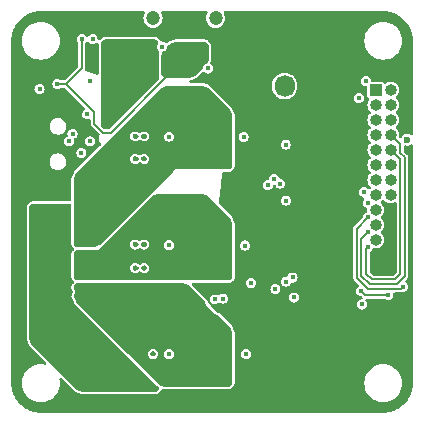
<source format=gbr>
%TF.GenerationSoftware,KiCad,Pcbnew,7.0.11*%
%TF.CreationDate,2024-11-13T01:10:25+09:00*%
%TF.ProjectId,MD,4d442e6b-6963-4616-945f-706362585858,rev?*%
%TF.SameCoordinates,Original*%
%TF.FileFunction,Copper,L3,Inr*%
%TF.FilePolarity,Positive*%
%FSLAX46Y46*%
G04 Gerber Fmt 4.6, Leading zero omitted, Abs format (unit mm)*
G04 Created by KiCad (PCBNEW 7.0.11) date 2024-11-13 01:10:25*
%MOMM*%
%LPD*%
G01*
G04 APERTURE LIST*
G04 Aperture macros list*
%AMRoundRect*
0 Rectangle with rounded corners*
0 $1 Rounding radius*
0 $2 $3 $4 $5 $6 $7 $8 $9 X,Y pos of 4 corners*
0 Add a 4 corners polygon primitive as box body*
4,1,4,$2,$3,$4,$5,$6,$7,$8,$9,$2,$3,0*
0 Add four circle primitives for the rounded corners*
1,1,$1+$1,$2,$3*
1,1,$1+$1,$4,$5*
1,1,$1+$1,$6,$7*
1,1,$1+$1,$8,$9*
0 Add four rect primitives between the rounded corners*
20,1,$1+$1,$2,$3,$4,$5,0*
20,1,$1+$1,$4,$5,$6,$7,0*
20,1,$1+$1,$6,$7,$8,$9,0*
20,1,$1+$1,$8,$9,$2,$3,0*%
G04 Aperture macros list end*
%TA.AperFunction,ComponentPad*%
%ADD10RoundRect,0.250000X-0.675000X0.600000X-0.675000X-0.600000X0.675000X-0.600000X0.675000X0.600000X0*%
%TD*%
%TA.AperFunction,ComponentPad*%
%ADD11O,1.850000X1.700000*%
%TD*%
%TA.AperFunction,ComponentPad*%
%ADD12RoundRect,0.250000X0.600000X0.675000X-0.600000X0.675000X-0.600000X-0.675000X0.600000X-0.675000X0*%
%TD*%
%TA.AperFunction,ComponentPad*%
%ADD13O,1.700000X1.850000*%
%TD*%
%TA.AperFunction,ComponentPad*%
%ADD14C,1.200000*%
%TD*%
%TA.AperFunction,ComponentPad*%
%ADD15R,1.000000X1.000000*%
%TD*%
%TA.AperFunction,ComponentPad*%
%ADD16O,1.000000X1.000000*%
%TD*%
%TA.AperFunction,ViaPad*%
%ADD17C,0.450000*%
%TD*%
%TA.AperFunction,ViaPad*%
%ADD18C,0.600000*%
%TD*%
%TA.AperFunction,Conductor*%
%ADD19C,0.200000*%
%TD*%
G04 APERTURE END LIST*
D10*
%TO.N,/MotorDriver/Phase_W*%
%TO.C,J6*%
X6950000Y-19500000D03*
D11*
%TO.N,/MotorDriver/Phase_V*%
X6950000Y-22000000D03*
%TO.N,/MotorDriver/Phase_U*%
X6950000Y-24500000D03*
%TD*%
D12*
%TO.N,GND*%
%TO.C,J5*%
X26150000Y-6850000D03*
D13*
%TO.N,/Power/24VBAT*%
X23650000Y-6850000D03*
%TD*%
D14*
%TO.N,VDD*%
%TO.C,C17*%
X12500000Y-1100000D03*
%TO.N,GND*%
X10500000Y-1100000D03*
%TD*%
D15*
%TO.N,VDD*%
%TO.C,J4*%
X31355000Y-7175000D03*
D16*
X32625000Y-7175000D03*
%TO.N,SOC*%
X31355000Y-8445000D03*
%TO.N,ENABLE*%
X32625000Y-8445000D03*
%TO.N,SOB*%
X31355000Y-9715000D03*
%TO.N,nFAULT*%
X32625000Y-9715000D03*
%TO.N,SOA*%
X31355000Y-10985000D03*
%TO.N,INB_L*%
X32625000Y-10985000D03*
%TO.N,MISO1*%
X31355000Y-12255000D03*
%TO.N,INC_L*%
X32625000Y-12255000D03*
%TO.N,MOSI1*%
X31355000Y-13525000D03*
%TO.N,INA_L*%
X32625000Y-13525000D03*
%TO.N,SCLK1*%
X31355000Y-14795000D03*
%TO.N,CAL*%
X32625000Y-14795000D03*
%TO.N,CS1_MD*%
X31355000Y-16065000D03*
%TO.N,+3.3V*%
X32625000Y-16065000D03*
%TO.N,INA_H*%
X31355000Y-17335000D03*
%TO.N,GND*%
X32625000Y-17335000D03*
%TO.N,INB_H*%
X31355000Y-18605000D03*
%TO.N,GND*%
X32625000Y-18605000D03*
%TO.N,INC_H*%
X31355000Y-19875000D03*
%TO.N,GND*%
X32625000Y-19875000D03*
X31355000Y-21145000D03*
X32625000Y-21145000D03*
X31355000Y-22415000D03*
X32625000Y-22415000D03*
%TD*%
D14*
%TO.N,VDD*%
%TO.C,C2*%
X17800000Y-1100000D03*
%TO.N,GND*%
X15800000Y-1100000D03*
%TD*%
D17*
%TO.N,/Power/S-S*%
X16750000Y-3900000D03*
X14750000Y-3900000D03*
X15700000Y-5900000D03*
X13750000Y-5900000D03*
X16250000Y-3400000D03*
X4399660Y-6666988D03*
X16250000Y-4400000D03*
X13750000Y-4900000D03*
X14750000Y-5900000D03*
X14250000Y-4400000D03*
X15250000Y-3400000D03*
X13757483Y-4050002D03*
X14250000Y-5400000D03*
X16900000Y-4700000D03*
X15750000Y-3900000D03*
X15250000Y-5400000D03*
X14750000Y-4900000D03*
X6472237Y-2875502D03*
X15250000Y-4400000D03*
X15750000Y-4900000D03*
%TO.N,Net-(Q6-G)*%
X7201878Y-6379074D03*
X13234655Y-3497052D03*
%TO.N,VDD*%
X2500000Y-27250000D03*
X7500000Y-32250000D03*
X12000000Y-31750000D03*
X10500000Y-3250000D03*
X8500000Y-5250000D03*
X4500000Y-28250000D03*
X12500000Y-4250000D03*
X8500000Y-29250000D03*
X3500000Y-17250000D03*
X10500000Y-31250000D03*
X6500000Y-30250000D03*
X3500000Y-19250000D03*
X11500000Y-3250000D03*
X3500000Y-21250000D03*
X8500000Y-10250000D03*
X9500000Y-32250000D03*
X8500000Y-6250000D03*
X11750000Y-11100000D03*
X3500000Y-29250000D03*
X10500000Y-6250000D03*
X11000000Y-13000000D03*
X9500000Y-3250000D03*
X8500000Y-7250000D03*
X2500000Y-19250000D03*
X4500000Y-23250000D03*
X11500000Y-4250000D03*
X2500000Y-28250000D03*
X12500000Y-32250000D03*
X3500000Y-25250000D03*
X4500000Y-29250000D03*
X8500000Y-28250000D03*
X5500000Y-31250000D03*
X7500000Y-31250000D03*
X11000000Y-20250000D03*
X4500000Y-25250000D03*
X4500000Y-26250000D03*
X3500000Y-20250000D03*
X9500000Y-4250000D03*
X3500000Y-28250000D03*
X12500000Y-3250000D03*
X6500000Y-29250000D03*
X10500000Y-4250000D03*
X11000000Y-30750000D03*
X2500000Y-20250000D03*
X10500000Y-8250000D03*
X11750000Y-20250000D03*
X10000000Y-31750000D03*
X5500000Y-30250000D03*
X11500000Y-31250000D03*
X2500000Y-18250000D03*
X7500000Y-29250000D03*
X9500000Y-31250000D03*
X11500000Y-32250000D03*
X8500000Y-9250000D03*
X2500000Y-17250000D03*
X4500000Y-17250000D03*
X7500000Y-28250000D03*
X6500000Y-32250000D03*
X4500000Y-18250000D03*
X3500000Y-26250000D03*
X9500000Y-30250000D03*
X3500000Y-22250000D03*
X9500000Y-9250000D03*
X12500000Y-29500000D03*
X11750000Y-13000000D03*
X8500000Y-30250000D03*
X8500000Y-8250000D03*
X10500000Y-5250000D03*
X6500000Y-26250000D03*
X9500000Y-29250000D03*
X11000000Y-11100000D03*
X4500000Y-20250000D03*
X2500000Y-26250000D03*
X5500000Y-28250000D03*
X2500000Y-21250000D03*
X5500000Y-29250000D03*
X2500000Y-24250000D03*
X8500000Y-3250000D03*
X5500000Y-26250000D03*
X12500000Y-5250000D03*
X10000000Y-30750000D03*
X5500000Y-27250000D03*
X9500000Y-8250000D03*
X2500000Y-25250000D03*
X5000000Y-23750000D03*
X11500000Y-6250000D03*
X11500000Y-7250000D03*
X9500000Y-6250000D03*
X8500000Y-32250000D03*
X9500000Y-7250000D03*
X11000000Y-31750000D03*
X4500000Y-21250000D03*
X11000000Y-22250000D03*
X8500000Y-31250000D03*
X4500000Y-30250000D03*
X10500000Y-7250000D03*
X4500000Y-22250000D03*
X6500000Y-27250000D03*
X7500000Y-30250000D03*
X12500000Y-6250000D03*
X4500000Y-24250000D03*
X11500000Y-5250000D03*
X11750000Y-22250000D03*
X8500000Y-4250000D03*
X2500000Y-23250000D03*
X6500000Y-31250000D03*
X3500000Y-27250000D03*
X10000000Y-29750000D03*
X4500000Y-19250000D03*
X5500000Y-24250000D03*
X9500000Y-5250000D03*
X10500000Y-30250000D03*
X4500000Y-27250000D03*
X3500000Y-18250000D03*
X6500000Y-28250000D03*
X3500000Y-23250000D03*
X5500000Y-25250000D03*
X3500000Y-24250000D03*
X10500000Y-32250000D03*
X2500000Y-22250000D03*
X7500000Y-27250000D03*
%TO.N,GND*%
X1200000Y-18000000D03*
X3500000Y-1000000D03*
X29000000Y-25750000D03*
X4400000Y-34200000D03*
X8500000Y-1000000D03*
X26500228Y-27437238D03*
X30000000Y-3000000D03*
X24351545Y-18027628D03*
X23297632Y-14332182D03*
X27986153Y-7665974D03*
X28709998Y-28812955D03*
X30250000Y-27250000D03*
X18381441Y-25963656D03*
X28756875Y-22677496D03*
X29150090Y-12960821D03*
X24373553Y-19172059D03*
X12400000Y-34200000D03*
X5000000Y-2250000D03*
X27474292Y-31284367D03*
X27480841Y-27437238D03*
X23022036Y-19174995D03*
X24500000Y-30000000D03*
X1200000Y-24400000D03*
X25488832Y-31249656D03*
X29344024Y-31853527D03*
X4400000Y-14200000D03*
X29333997Y-29477170D03*
X27807183Y-22673218D03*
X26547831Y-28808191D03*
X1200000Y-9800000D03*
X33425406Y-10489133D03*
X26500000Y-31250000D03*
X2400000Y-16200000D03*
X27990709Y-12960821D03*
X24931740Y-31751324D03*
X29097797Y-9024165D03*
X29210575Y-23148666D03*
X27829842Y-21806477D03*
X7580781Y-3804482D03*
X26515790Y-32264037D03*
X28250000Y-1000000D03*
X25512482Y-19128042D03*
X28789730Y-16986068D03*
X19528831Y-26935634D03*
X26500000Y-30000000D03*
X34000000Y-27250000D03*
X27474292Y-28812955D03*
X29176980Y-22223782D03*
X8000000Y-33400000D03*
X1800000Y-7600000D03*
X32254152Y-27291344D03*
X25551586Y-32256384D03*
X5000000Y-7800000D03*
X26056645Y-31720715D03*
X24426680Y-31208003D03*
X25000000Y-4000000D03*
X30250000Y-30500000D03*
X29303917Y-28013254D03*
X22750000Y-34000000D03*
X18100705Y-6895796D03*
X25468466Y-18011122D03*
X7866903Y-11731696D03*
X28681425Y-32363518D03*
X25495976Y-20178938D03*
X22791394Y-28041123D03*
X4400000Y-16200000D03*
X1200000Y-21200000D03*
X28076884Y-28055206D03*
X1200000Y-15000000D03*
X26000000Y-2250000D03*
X34199707Y-12345095D03*
X23870146Y-25260727D03*
X26532128Y-4791837D03*
X29323971Y-30610201D03*
X24748659Y-2724188D03*
X26033688Y-28039901D03*
X26631680Y-19095280D03*
X28092189Y-29455599D03*
X5600000Y-8600000D03*
X29181436Y-7759009D03*
X26664471Y-26206642D03*
X26982588Y-28039901D03*
X24357047Y-16960226D03*
X1200000Y-28400000D03*
X24013133Y-20638110D03*
X27393171Y-22167330D03*
X5750000Y-3500000D03*
X2800000Y-30000000D03*
X22833753Y-8770887D03*
X21579589Y-23925000D03*
X27467350Y-29979239D03*
X25030864Y-8816469D03*
X2000000Y-10400000D03*
X4000000Y-4750000D03*
X26698716Y-3517930D03*
X29982009Y-10367076D03*
X23750000Y-5250000D03*
X28274760Y-24821045D03*
X18733451Y-7810217D03*
X25452972Y-27465799D03*
X20813551Y-24159771D03*
X4300000Y-12300000D03*
X1800000Y-33600000D03*
X8250000Y-2000000D03*
X21015422Y-5729515D03*
X26959631Y-29371422D03*
X33250000Y-33500000D03*
X27462500Y-14010821D03*
X1000000Y-31800000D03*
X1200000Y-12400000D03*
X25733952Y-9847384D03*
X33500000Y-5250000D03*
X29554012Y-23658551D03*
X5750000Y-1000000D03*
X32000000Y-5000000D03*
X5000000Y-32200000D03*
X29173765Y-21402366D03*
X28266181Y-21415332D03*
X22238945Y-6912995D03*
X28082808Y-10323724D03*
X29946357Y-12960821D03*
X20750000Y-2250000D03*
X24962349Y-28116426D03*
X7595912Y-5543687D03*
X33000000Y-1250000D03*
X28698086Y-14010821D03*
X28342209Y-11772599D03*
X24602686Y-33182327D03*
X28668345Y-27424521D03*
X30000000Y-34000000D03*
X21099956Y-6899647D03*
X22990265Y-18090221D03*
X19204805Y-15468521D03*
X29287570Y-6936842D03*
X22999342Y-17068990D03*
X2000000Y-8800000D03*
X32000000Y-29200000D03*
X17250000Y-6250000D03*
X22972721Y-32233427D03*
X29398304Y-24244577D03*
X34000000Y-24750000D03*
X33000000Y-25800000D03*
X18697974Y-15730527D03*
X23646133Y-31713062D03*
X1000000Y-7600000D03*
X25457461Y-17009745D03*
X24980217Y-12429030D03*
X23250000Y-2250000D03*
X3400000Y-13400000D03*
X26629403Y-17983611D03*
X28742871Y-21800876D03*
X34000000Y-4000000D03*
X26692009Y-9045455D03*
X27385353Y-21420307D03*
X29649445Y-16934577D03*
X1500000Y-1500000D03*
X31250000Y-25750000D03*
X24107411Y-13111340D03*
X28168713Y-30588157D03*
X26500000Y-34000000D03*
X34000000Y-30000000D03*
X28696114Y-29958412D03*
X25980355Y-11659595D03*
X29935007Y-11561298D03*
X27005545Y-31705410D03*
X24114795Y-8176756D03*
X26618399Y-20085403D03*
X19681317Y-2249359D03*
X18500000Y-2250000D03*
X10800000Y-33400000D03*
X28033289Y-9024165D03*
X15800000Y-34200000D03*
X24676541Y-10940279D03*
X24048265Y-9809304D03*
X24916435Y-29424989D03*
X30009473Y-14010821D03*
X24500000Y-27500000D03*
X29179034Y-11751864D03*
X22735465Y-29893769D03*
X34089777Y-8569233D03*
X750000Y-3500000D03*
X23569609Y-30955473D03*
X28675287Y-31284367D03*
X25481533Y-28760589D03*
X28084536Y-31789587D03*
X25491054Y-29998255D03*
X26885587Y-10524244D03*
X23562945Y-3772711D03*
X28269516Y-22210886D03*
X2000000Y-4750000D03*
X2400000Y-12200000D03*
X19250000Y-34000000D03*
X26150453Y-20771724D03*
X4200000Y-8800000D03*
X27510605Y-32256384D03*
X27750000Y-4000000D03*
X22083254Y-2665392D03*
X29750000Y-1750000D03*
X30750000Y-1000000D03*
X750000Y-5750000D03*
X6800000Y-34200000D03*
X9400000Y-34200000D03*
X6918568Y-10320203D03*
X24462839Y-28770109D03*
X28070936Y-5728687D03*
X19000000Y-6250000D03*
X23048628Y-20491082D03*
X28287790Y-23148385D03*
X23000000Y-31250000D03*
X34165357Y-5968842D03*
X22799545Y-11011964D03*
X25941859Y-29371422D03*
X24380766Y-32317603D03*
X29500000Y-5750000D03*
X22250000Y-3750000D03*
X26612896Y-17004243D03*
X28758080Y-23568373D03*
%TO.N,+3.3V*%
X30172927Y-25334785D03*
X23768761Y-16541125D03*
%TO.N,/MotorDriver/Phase_U*%
X17250000Y-28950000D03*
X15250000Y-26950000D03*
X16750000Y-26450000D03*
X17250000Y-27950000D03*
X13750000Y-30450000D03*
X16750000Y-27450000D03*
X15250000Y-25950000D03*
X15750000Y-31450000D03*
X14750000Y-25450000D03*
X18750000Y-31450000D03*
X17250000Y-26950000D03*
X17250000Y-31950000D03*
X18750000Y-30450000D03*
X16250000Y-25950000D03*
X18250000Y-29950000D03*
X15750000Y-26450000D03*
X15250000Y-30950000D03*
X14750000Y-30450000D03*
X15750000Y-30450000D03*
X18250000Y-30950000D03*
X18443292Y-24838834D03*
X14250000Y-31950000D03*
X16250000Y-30950000D03*
X16250000Y-29950000D03*
X5386387Y-11520073D03*
X17750000Y-29450000D03*
X16250000Y-27950000D03*
X17250000Y-30950000D03*
X23767989Y-23398042D03*
X14750000Y-26450000D03*
X17750000Y-30450000D03*
X15250000Y-28950000D03*
X14250000Y-30950000D03*
X16750000Y-25450000D03*
X14750000Y-31450000D03*
X15250000Y-29950000D03*
X13750000Y-31450000D03*
X18750000Y-29450000D03*
X15250000Y-31950000D03*
X14750000Y-29450000D03*
X16750000Y-30450000D03*
X16250000Y-31950000D03*
X16250000Y-28950000D03*
X15750000Y-29450000D03*
X16250000Y-26950000D03*
X18250000Y-28950000D03*
X16750000Y-29450000D03*
X15750000Y-25450000D03*
X17750000Y-31450000D03*
X18250000Y-31950000D03*
X16750000Y-28450000D03*
X17250000Y-29950000D03*
X16750000Y-31450000D03*
%TO.N,/MotorDriver/BridgeA_S*%
X22861486Y-24046663D03*
%TO.N,/MotorDriver/BridgeB_S*%
X20800000Y-23500000D03*
%TO.N,/MotorDriver/Phase_V*%
X16750000Y-16250000D03*
X15500000Y-22500000D03*
X16000000Y-23000000D03*
X14500000Y-21500000D03*
X16000000Y-22000000D03*
X15000000Y-23000000D03*
X17500000Y-22500000D03*
X15250000Y-17750000D03*
X14750000Y-16250000D03*
X17000000Y-21000000D03*
X18000000Y-23000000D03*
X19000000Y-23000000D03*
X17250000Y-17750000D03*
X14500000Y-22500000D03*
X18500000Y-20500000D03*
X14000000Y-23000000D03*
X17000000Y-22000000D03*
X15000000Y-21000000D03*
X17500000Y-20500000D03*
X16250000Y-16750000D03*
X15750000Y-17250000D03*
X17000000Y-23000000D03*
X19000000Y-22000000D03*
X14750000Y-17250000D03*
X19000000Y-21000000D03*
X16500000Y-21500000D03*
X15000000Y-22000000D03*
X15500000Y-21500000D03*
X16000000Y-21000000D03*
X15750000Y-16250000D03*
X17250000Y-18500000D03*
X16750000Y-17250000D03*
X15250000Y-16750000D03*
X5687798Y-10870725D03*
X18500000Y-21500000D03*
X18500000Y-22500000D03*
X16250000Y-17750000D03*
X13500000Y-21500000D03*
X17500000Y-21500000D03*
X18000000Y-22000000D03*
X16500000Y-20500000D03*
X15500000Y-20500000D03*
X18000000Y-21000000D03*
X16500000Y-22500000D03*
X13500000Y-22500000D03*
X16250000Y-18500000D03*
X14000000Y-22000000D03*
%TO.N,/MotorDriver/BridgeC_S*%
X23729902Y-11795725D03*
%TO.N,/MotorDriver/Phase_W*%
X17250000Y-8550000D03*
X16750000Y-10050000D03*
X15750000Y-8050000D03*
X16750000Y-8050000D03*
X17750000Y-13050000D03*
X15750000Y-12050000D03*
X18750000Y-12050000D03*
X14750000Y-12050000D03*
X16250000Y-12550000D03*
X15250000Y-10550000D03*
X15250000Y-8550000D03*
X16250000Y-13550000D03*
X15250000Y-7550000D03*
X18250000Y-11550000D03*
X17250000Y-13550000D03*
X15750000Y-13050000D03*
X14250000Y-12550000D03*
X16250000Y-9550000D03*
X16750000Y-12050000D03*
X17250000Y-10550000D03*
X15250000Y-13550000D03*
X14750000Y-13050000D03*
X15250000Y-12550000D03*
X16250000Y-10550000D03*
X17250000Y-12550000D03*
X18250000Y-12550000D03*
X16250000Y-7550000D03*
X17250000Y-11550000D03*
X16750000Y-9050000D03*
X16250000Y-8550000D03*
X18250000Y-10550000D03*
X15750000Y-7050000D03*
X17250000Y-9550000D03*
X13750000Y-13050000D03*
X7165288Y-11523492D03*
X14750000Y-8050000D03*
X16750000Y-11050000D03*
X14750000Y-7050000D03*
X15250000Y-11550000D03*
X16750000Y-7050000D03*
X18750000Y-13050000D03*
X13750000Y-12050000D03*
X16250000Y-11550000D03*
X17750000Y-12050000D03*
X14250000Y-13550000D03*
X15750000Y-11050000D03*
X18750000Y-11050000D03*
X18250000Y-13550000D03*
X17750000Y-11050000D03*
X16750000Y-13050000D03*
X14750000Y-11050000D03*
%TO.N,Net-(Q2-G)*%
X17174998Y-5351351D03*
X7389113Y-2877910D03*
%TO.N,/Power/PowerSW*%
X6933550Y-9230046D03*
%TO.N,Net-(Q7-G)*%
X20394037Y-29525000D03*
X24412018Y-24737537D03*
%TO.N,Net-(Q8-G)*%
X20286570Y-20345822D03*
%TO.N,Net-(Q9-G)*%
X13850000Y-20325000D03*
%TO.N,Net-(Q10-G)*%
X17728562Y-24901923D03*
X24317989Y-23045644D03*
X13850000Y-29525000D03*
%TO.N,Net-(Q11-G)*%
X13850000Y-11125000D03*
%TO.N,Net-(Q12-G)*%
X20169096Y-11135620D03*
%TO.N,Net-(SW4-B)*%
X6436387Y-12500000D03*
X2890539Y-7100000D03*
%TO.N,SOC*%
X22217835Y-15216305D03*
%TO.N,SOB*%
X22752987Y-14720583D03*
%TO.N,SOA*%
X23277987Y-15104426D03*
%TO.N,nFAULT*%
X29917724Y-7869813D03*
%TO.N,ENABLE*%
X30385131Y-15837595D03*
X30519077Y-6414650D03*
%TO.N,CAL*%
X30130446Y-24195652D03*
X30674260Y-16708724D03*
X32414994Y-24540000D03*
%TO.N,INA_L*%
X30680403Y-17969222D03*
X33682987Y-23822298D03*
%TO.N,INB_L*%
X30665804Y-19238584D03*
%TO.N,INC_L*%
X30670589Y-20504359D03*
D18*
%TO.N,Net-(D1-A)*%
X34013195Y-11375000D03*
%TD*%
D19*
%TO.N,/Power/S-S*%
X8282537Y-10775000D02*
X7525000Y-10017463D01*
X6472237Y-5307706D02*
X6472237Y-2875502D01*
X7525000Y-9079033D02*
X5112955Y-6666988D01*
X5112955Y-6666988D02*
X4399660Y-6666988D01*
X5112955Y-6666988D02*
X6472237Y-5307706D01*
X7525000Y-10017463D02*
X7525000Y-9079033D01*
X13750000Y-5939424D02*
X8914424Y-10775000D01*
X13750000Y-5900000D02*
X13750000Y-5939424D01*
X8914424Y-10775000D02*
X8282537Y-10775000D01*
%TO.N,GND*%
X18381441Y-25963656D02*
X18047832Y-25963656D01*
X17203562Y-24684460D02*
X17728251Y-24159771D01*
X17203562Y-25119386D02*
X17203562Y-24684460D01*
X18047832Y-25963656D02*
X17203562Y-25119386D01*
X17728251Y-24159771D02*
X20813551Y-24159771D01*
%TO.N,CAL*%
X30130446Y-24195652D02*
X30474794Y-24540000D01*
X30474794Y-24540000D02*
X32414994Y-24540000D01*
%TO.N,INA_L*%
X33682987Y-23822298D02*
X33490285Y-24015000D01*
X30692258Y-24015000D02*
X29745589Y-23068331D01*
X29745589Y-23068331D02*
X29745589Y-18904036D01*
X33490285Y-24015000D02*
X30692258Y-24015000D01*
X29745589Y-18904036D02*
X30680403Y-17969222D01*
%TO.N,INB_L*%
X30857943Y-23615000D02*
X33122057Y-23615000D01*
X30665804Y-19238584D02*
X30145589Y-19758799D01*
X30145589Y-19758799D02*
X30145589Y-22902646D01*
X33825000Y-12889314D02*
X33425000Y-12489314D01*
X33425000Y-12489314D02*
X33425000Y-11785000D01*
X30145589Y-22902646D02*
X30857943Y-23615000D01*
X33122057Y-23615000D02*
X33825000Y-22912057D01*
X33425000Y-11785000D02*
X32625000Y-10985000D01*
X33825000Y-22912057D02*
X33825000Y-12889314D01*
%TO.N,INC_L*%
X32625000Y-12255000D02*
X33425000Y-13055000D01*
X32956371Y-23215000D02*
X31023629Y-23215000D01*
X30555000Y-22746371D02*
X30555000Y-20619948D01*
X30555000Y-20619948D02*
X30670589Y-20504359D01*
X33425000Y-22746371D02*
X32956371Y-23215000D01*
X33425000Y-13055000D02*
X33425000Y-22746371D01*
X31023629Y-23215000D02*
X30555000Y-22746371D01*
%TD*%
%TA.AperFunction,Conductor*%
%TO.N,/Power/S-S*%
G36*
X16965677Y-3119685D02*
G01*
X16986319Y-3136319D01*
X17163681Y-3313681D01*
X17197166Y-3375004D01*
X17200000Y-3401362D01*
X17200000Y-4683913D01*
X17190561Y-4731367D01*
X17134364Y-4867036D01*
X17090522Y-4921439D01*
X17050759Y-4937412D01*
X17051151Y-4938617D01*
X17041874Y-4941630D01*
X16961809Y-4982426D01*
X16921778Y-5002823D01*
X16921777Y-5002824D01*
X16921772Y-5002827D01*
X16826474Y-5098125D01*
X16826471Y-5098130D01*
X16765278Y-5218227D01*
X16759067Y-5257441D01*
X16729137Y-5320575D01*
X16724275Y-5325723D01*
X16094218Y-5955781D01*
X16053990Y-5982661D01*
X15672788Y-6140561D01*
X15625335Y-6150000D01*
X13501362Y-6150000D01*
X13434323Y-6130315D01*
X13413681Y-6113681D01*
X13236319Y-5936319D01*
X13202834Y-5874996D01*
X13200000Y-5848638D01*
X13200000Y-4224665D01*
X13209439Y-4177213D01*
X13235745Y-4113702D01*
X13292380Y-3976974D01*
X13336220Y-3922572D01*
X13359096Y-3911225D01*
X13359085Y-3911202D01*
X13378181Y-3901472D01*
X13487875Y-3845580D01*
X13583183Y-3750272D01*
X13644374Y-3630178D01*
X13658891Y-3538516D01*
X13688819Y-3475385D01*
X13695999Y-3467979D01*
X13784712Y-3383813D01*
X13786933Y-3381760D01*
X13850000Y-3325000D01*
X13897102Y-3282607D01*
X13935625Y-3259010D01*
X14328550Y-3108231D01*
X14372975Y-3100000D01*
X16898638Y-3100000D01*
X16965677Y-3119685D01*
G37*
%TD.AperFunction*%
%TD*%
%TA.AperFunction,Conductor*%
%TO.N,GND*%
G36*
X7001499Y-3085994D02*
G01*
X7034191Y-3123718D01*
X7034852Y-3123238D01*
X7040436Y-3130924D01*
X7040544Y-3131049D01*
X7040584Y-3131129D01*
X7040589Y-3131135D01*
X7135887Y-3226433D01*
X7135891Y-3226436D01*
X7135893Y-3226438D01*
X7255987Y-3287629D01*
X7255989Y-3287629D01*
X7255991Y-3287630D01*
X7389111Y-3308714D01*
X7389113Y-3308714D01*
X7389115Y-3308714D01*
X7522234Y-3287630D01*
X7522234Y-3287629D01*
X7522239Y-3287629D01*
X7642333Y-3226438D01*
X7658469Y-3210302D01*
X7682819Y-3185953D01*
X7744142Y-3152468D01*
X7813834Y-3157452D01*
X7869767Y-3199324D01*
X7894184Y-3264788D01*
X7894500Y-3273634D01*
X7894500Y-5755808D01*
X7874815Y-5822847D01*
X7822011Y-5868602D01*
X7752853Y-5878546D01*
X7733440Y-5874140D01*
X6831740Y-5591740D01*
X6773648Y-5552919D01*
X6745766Y-5488854D01*
X6752465Y-5443128D01*
X6749262Y-5442375D01*
X6758006Y-5405193D01*
X6763083Y-5388795D01*
X6772737Y-5363879D01*
X6772737Y-5356954D01*
X6776032Y-5328561D01*
X6777615Y-5321829D01*
X6777616Y-5321825D01*
X6773926Y-5295371D01*
X6772737Y-5278241D01*
X6772737Y-3228112D01*
X6792422Y-3161073D01*
X6809053Y-3140433D01*
X6820765Y-3128722D01*
X6820767Y-3128717D01*
X6826498Y-3120830D01*
X6828120Y-3122008D01*
X6867542Y-3080262D01*
X6935362Y-3063461D01*
X7001499Y-3085994D01*
G37*
%TD.AperFunction*%
%TA.AperFunction,Conductor*%
G36*
X11773960Y-520185D02*
G01*
X11819715Y-572989D01*
X11829659Y-642147D01*
X11811915Y-690472D01*
X11774211Y-750476D01*
X11714631Y-920745D01*
X11714630Y-920750D01*
X11694435Y-1099996D01*
X11694435Y-1100003D01*
X11714630Y-1279249D01*
X11714631Y-1279254D01*
X11774211Y-1449523D01*
X11860305Y-1586540D01*
X11870184Y-1602262D01*
X11997738Y-1729816D01*
X12150478Y-1825789D01*
X12320745Y-1885368D01*
X12320750Y-1885369D01*
X12499996Y-1905565D01*
X12500000Y-1905565D01*
X12500004Y-1905565D01*
X12679249Y-1885369D01*
X12679252Y-1885368D01*
X12679255Y-1885368D01*
X12849522Y-1825789D01*
X13002262Y-1729816D01*
X13129816Y-1602262D01*
X13225789Y-1449522D01*
X13285368Y-1279255D01*
X13294499Y-1198213D01*
X13305565Y-1100003D01*
X13305565Y-1099996D01*
X13285369Y-920750D01*
X13285368Y-920745D01*
X13239857Y-790682D01*
X13225789Y-750478D01*
X13188085Y-690472D01*
X13169085Y-623235D01*
X13189453Y-556400D01*
X13242721Y-511186D01*
X13293079Y-500500D01*
X17006921Y-500500D01*
X17073960Y-520185D01*
X17119715Y-572989D01*
X17129659Y-642147D01*
X17111915Y-690472D01*
X17074211Y-750476D01*
X17014631Y-920745D01*
X17014630Y-920750D01*
X16994435Y-1099996D01*
X16994435Y-1100003D01*
X17014630Y-1279249D01*
X17014631Y-1279254D01*
X17074211Y-1449523D01*
X17160305Y-1586540D01*
X17170184Y-1602262D01*
X17297738Y-1729816D01*
X17450478Y-1825789D01*
X17620745Y-1885368D01*
X17620750Y-1885369D01*
X17799996Y-1905565D01*
X17800000Y-1905565D01*
X17800004Y-1905565D01*
X17979249Y-1885369D01*
X17979252Y-1885368D01*
X17979255Y-1885368D01*
X18149522Y-1825789D01*
X18302262Y-1729816D01*
X18429816Y-1602262D01*
X18525789Y-1449522D01*
X18585368Y-1279255D01*
X18594499Y-1198213D01*
X18605565Y-1100003D01*
X18605565Y-1099996D01*
X18585369Y-920750D01*
X18585368Y-920745D01*
X18539857Y-790682D01*
X18525789Y-750478D01*
X18488085Y-690472D01*
X18469085Y-623235D01*
X18489453Y-556400D01*
X18542721Y-511186D01*
X18593079Y-500500D01*
X31934108Y-500500D01*
X31996249Y-500500D01*
X32003736Y-500726D01*
X32293796Y-518271D01*
X32308657Y-520075D01*
X32506872Y-556400D01*
X32590798Y-571780D01*
X32605335Y-575363D01*
X32879172Y-660695D01*
X32893163Y-666000D01*
X33154743Y-783727D01*
X33167989Y-790680D01*
X33413465Y-939075D01*
X33425776Y-947573D01*
X33620339Y-1100003D01*
X33651573Y-1124473D01*
X33662781Y-1134403D01*
X33865596Y-1337218D01*
X33875525Y-1348425D01*
X33995481Y-1501538D01*
X34052422Y-1574217D01*
X34060926Y-1586537D01*
X34147541Y-1729815D01*
X34209316Y-1832004D01*
X34216275Y-1845263D01*
X34333997Y-2106831D01*
X34339306Y-2120832D01*
X34424635Y-2394663D01*
X34428219Y-2409201D01*
X34479923Y-2691340D01*
X34481728Y-2706205D01*
X34499274Y-2996263D01*
X34499500Y-3003750D01*
X34499500Y-10865494D01*
X34479815Y-10932533D01*
X34427011Y-10978288D01*
X34357853Y-10988232D01*
X34308461Y-10969810D01*
X34278414Y-10950500D01*
X34223248Y-10915047D01*
X34223246Y-10915046D01*
X34223244Y-10915045D01*
X34223245Y-10915045D01*
X34085158Y-10874500D01*
X34085156Y-10874500D01*
X33941234Y-10874500D01*
X33941231Y-10874500D01*
X33803144Y-10915045D01*
X33682068Y-10992856D01*
X33587818Y-11101626D01*
X33587817Y-11101628D01*
X33550529Y-11183277D01*
X33504774Y-11236081D01*
X33437734Y-11255765D01*
X33370695Y-11236080D01*
X33324940Y-11183276D01*
X33314639Y-11116818D01*
X33315424Y-11110354D01*
X33330645Y-10985000D01*
X33310140Y-10816128D01*
X33249818Y-10657070D01*
X33153183Y-10517071D01*
X33069363Y-10442813D01*
X33032238Y-10383626D01*
X33033006Y-10313761D01*
X33069363Y-10257186D01*
X33153183Y-10182929D01*
X33249818Y-10042930D01*
X33310140Y-9883872D01*
X33330645Y-9715000D01*
X33310140Y-9546128D01*
X33249818Y-9387070D01*
X33153183Y-9247071D01*
X33069363Y-9172813D01*
X33032238Y-9113626D01*
X33033006Y-9043761D01*
X33069363Y-8987186D01*
X33153183Y-8912929D01*
X33249818Y-8772930D01*
X33310140Y-8613872D01*
X33330645Y-8445000D01*
X33310140Y-8276128D01*
X33249818Y-8117070D01*
X33153183Y-7977071D01*
X33069363Y-7902813D01*
X33032238Y-7843626D01*
X33033006Y-7773761D01*
X33069363Y-7717186D01*
X33153183Y-7642929D01*
X33249818Y-7502930D01*
X33310140Y-7343872D01*
X33330645Y-7175000D01*
X33310140Y-7006128D01*
X33249818Y-6847070D01*
X33249616Y-6846778D01*
X33201786Y-6777484D01*
X33153183Y-6707071D01*
X33030573Y-6598448D01*
X33025849Y-6594263D01*
X32875226Y-6515210D01*
X32710056Y-6474500D01*
X32539944Y-6474500D01*
X32374773Y-6515210D01*
X32224149Y-6594264D01*
X32224147Y-6594266D01*
X32216223Y-6601286D01*
X32152989Y-6631005D01*
X32083726Y-6621820D01*
X32030897Y-6577358D01*
X31999553Y-6530448D01*
X31933230Y-6486132D01*
X31933229Y-6486131D01*
X31874752Y-6474500D01*
X31874748Y-6474500D01*
X31065266Y-6474500D01*
X30998227Y-6454815D01*
X30952472Y-6402011D01*
X30942793Y-6369897D01*
X30928797Y-6281528D01*
X30928796Y-6281526D01*
X30928796Y-6281524D01*
X30867605Y-6161430D01*
X30867603Y-6161428D01*
X30867600Y-6161424D01*
X30772302Y-6066126D01*
X30772298Y-6066123D01*
X30772297Y-6066122D01*
X30652203Y-6004931D01*
X30652201Y-6004930D01*
X30652198Y-6004929D01*
X30519079Y-5983846D01*
X30519075Y-5983846D01*
X30385955Y-6004929D01*
X30265855Y-6066123D01*
X30265851Y-6066126D01*
X30170553Y-6161424D01*
X30170550Y-6161428D01*
X30109356Y-6281528D01*
X30088273Y-6414647D01*
X30088273Y-6414652D01*
X30109356Y-6547771D01*
X30109357Y-6547774D01*
X30109358Y-6547776D01*
X30170100Y-6666988D01*
X30170550Y-6667871D01*
X30170553Y-6667875D01*
X30265851Y-6763173D01*
X30265855Y-6763176D01*
X30265857Y-6763178D01*
X30385951Y-6824369D01*
X30385953Y-6824369D01*
X30385955Y-6824370D01*
X30519075Y-6845454D01*
X30528836Y-6845454D01*
X30528836Y-6849012D01*
X30580366Y-6855658D01*
X30633830Y-6900641D01*
X30654487Y-6967387D01*
X30654500Y-6969190D01*
X30654500Y-7694752D01*
X30666131Y-7753229D01*
X30666132Y-7753230D01*
X30710447Y-7819552D01*
X30759824Y-7852545D01*
X30804629Y-7906158D01*
X30813336Y-7975483D01*
X30792983Y-8026087D01*
X30730183Y-8117068D01*
X30730182Y-8117068D01*
X30669860Y-8276125D01*
X30669859Y-8276130D01*
X30649355Y-8445000D01*
X30669859Y-8613869D01*
X30669860Y-8613874D01*
X30730182Y-8772931D01*
X30826818Y-8912930D01*
X30910634Y-8987185D01*
X30947761Y-9046374D01*
X30946993Y-9116240D01*
X30910634Y-9172815D01*
X30826818Y-9247069D01*
X30730182Y-9387068D01*
X30669860Y-9546125D01*
X30669859Y-9546130D01*
X30649355Y-9715000D01*
X30669859Y-9883869D01*
X30669860Y-9883874D01*
X30730182Y-10042931D01*
X30826818Y-10182930D01*
X30910634Y-10257185D01*
X30947761Y-10316374D01*
X30946993Y-10386240D01*
X30910634Y-10442815D01*
X30826818Y-10517069D01*
X30730182Y-10657068D01*
X30669860Y-10816125D01*
X30669859Y-10816130D01*
X30649355Y-10985000D01*
X30669859Y-11153869D01*
X30669860Y-11153874D01*
X30730182Y-11312931D01*
X30783635Y-11390370D01*
X30822860Y-11447197D01*
X30826818Y-11452930D01*
X30910634Y-11527185D01*
X30947761Y-11586374D01*
X30946993Y-11656240D01*
X30910634Y-11712815D01*
X30826818Y-11787069D01*
X30730182Y-11927068D01*
X30669860Y-12086125D01*
X30669859Y-12086130D01*
X30649355Y-12255000D01*
X30669859Y-12423869D01*
X30669860Y-12423874D01*
X30730182Y-12582931D01*
X30764830Y-12633126D01*
X30826049Y-12721817D01*
X30826818Y-12722930D01*
X30910634Y-12797185D01*
X30947761Y-12856374D01*
X30946993Y-12926240D01*
X30910634Y-12982815D01*
X30826818Y-13057069D01*
X30730182Y-13197068D01*
X30669860Y-13356125D01*
X30669859Y-13356130D01*
X30649355Y-13525000D01*
X30669859Y-13693869D01*
X30669860Y-13693874D01*
X30730182Y-13852931D01*
X30826818Y-13992930D01*
X30910634Y-14067185D01*
X30947761Y-14126374D01*
X30946993Y-14196240D01*
X30910634Y-14252815D01*
X30826818Y-14327069D01*
X30730182Y-14467068D01*
X30669860Y-14626125D01*
X30669859Y-14626130D01*
X30649355Y-14795000D01*
X30669859Y-14963869D01*
X30669860Y-14963874D01*
X30730182Y-15122931D01*
X30769955Y-15180551D01*
X30809300Y-15237552D01*
X30826818Y-15262930D01*
X30910634Y-15337185D01*
X30947761Y-15396374D01*
X30946993Y-15466240D01*
X30910634Y-15522816D01*
X30871523Y-15557465D01*
X30808290Y-15587186D01*
X30739026Y-15578002D01*
X30701615Y-15552330D01*
X30638356Y-15489071D01*
X30638352Y-15489068D01*
X30638351Y-15489067D01*
X30518257Y-15427876D01*
X30518255Y-15427875D01*
X30518252Y-15427874D01*
X30385133Y-15406791D01*
X30385129Y-15406791D01*
X30252009Y-15427874D01*
X30131909Y-15489068D01*
X30131905Y-15489071D01*
X30036607Y-15584369D01*
X30036604Y-15584373D01*
X29975410Y-15704473D01*
X29954327Y-15837592D01*
X29954327Y-15837597D01*
X29975410Y-15970716D01*
X29975411Y-15970719D01*
X29975412Y-15970721D01*
X30036603Y-16090815D01*
X30036604Y-16090816D01*
X30036607Y-16090820D01*
X30131905Y-16186118D01*
X30131909Y-16186121D01*
X30131911Y-16186123D01*
X30252005Y-16247314D01*
X30255006Y-16247789D01*
X30258363Y-16249380D01*
X30261291Y-16250332D01*
X30261168Y-16250710D01*
X30318141Y-16277718D01*
X30355072Y-16337029D01*
X30354076Y-16406892D01*
X30330119Y-16446623D01*
X30331471Y-16447605D01*
X30325733Y-16455502D01*
X30264539Y-16575602D01*
X30243456Y-16708721D01*
X30243456Y-16708726D01*
X30264539Y-16841845D01*
X30264540Y-16841848D01*
X30264541Y-16841850D01*
X30320077Y-16950845D01*
X30325733Y-16961945D01*
X30325736Y-16961949D01*
X30421034Y-17057247D01*
X30421038Y-17057250D01*
X30421040Y-17057252D01*
X30541134Y-17118443D01*
X30554996Y-17120638D01*
X30618131Y-17150566D01*
X30655064Y-17209876D01*
X30658697Y-17258058D01*
X30649355Y-17334999D01*
X30649355Y-17335000D01*
X30659759Y-17420691D01*
X30648298Y-17489615D01*
X30601394Y-17541400D01*
X30556068Y-17558109D01*
X30547282Y-17559500D01*
X30427181Y-17620695D01*
X30427177Y-17620698D01*
X30331879Y-17715996D01*
X30331876Y-17716000D01*
X30270682Y-17836100D01*
X30254803Y-17936358D01*
X30224874Y-17999493D01*
X30220011Y-18004641D01*
X29580575Y-18644077D01*
X29567624Y-18655348D01*
X29561356Y-18660080D01*
X29530111Y-18694354D01*
X29526163Y-18698489D01*
X29513416Y-18711236D01*
X29510335Y-18714947D01*
X29503674Y-18723355D01*
X29485672Y-18743102D01*
X29485672Y-18743103D01*
X29483167Y-18749569D01*
X29469848Y-18774838D01*
X29465934Y-18780551D01*
X29465932Y-18780556D01*
X29459817Y-18806553D01*
X29454740Y-18822949D01*
X29445089Y-18847862D01*
X29445089Y-18854787D01*
X29441795Y-18883177D01*
X29440210Y-18889913D01*
X29440210Y-18889918D01*
X29443900Y-18916369D01*
X29445089Y-18933500D01*
X29445089Y-23001192D01*
X29443901Y-23018319D01*
X29442816Y-23026096D01*
X29444957Y-23072410D01*
X29445089Y-23078135D01*
X29445089Y-23096173D01*
X29445536Y-23101002D01*
X29446770Y-23111636D01*
X29448004Y-23138323D01*
X29448005Y-23138328D01*
X29450803Y-23144665D01*
X29459253Y-23171951D01*
X29460526Y-23178760D01*
X29460526Y-23178761D01*
X29460532Y-23178770D01*
X29474590Y-23201477D01*
X29482586Y-23216646D01*
X29493383Y-23241096D01*
X29493384Y-23241097D01*
X29493385Y-23241099D01*
X29498278Y-23245992D01*
X29516024Y-23268396D01*
X29519666Y-23274279D01*
X29519668Y-23274281D01*
X29519669Y-23274282D01*
X29519670Y-23274283D01*
X29534692Y-23285627D01*
X29540985Y-23290379D01*
X29553939Y-23301652D01*
X29903732Y-23651445D01*
X29937217Y-23712768D01*
X29932233Y-23782460D01*
X29890361Y-23838393D01*
X29882544Y-23843260D01*
X29877220Y-23847128D01*
X29781922Y-23942426D01*
X29781919Y-23942430D01*
X29720725Y-24062530D01*
X29699642Y-24195649D01*
X29699642Y-24195654D01*
X29720725Y-24328773D01*
X29720726Y-24328776D01*
X29720727Y-24328778D01*
X29781918Y-24448872D01*
X29781919Y-24448873D01*
X29781922Y-24448877D01*
X29877220Y-24544175D01*
X29877224Y-24544178D01*
X29877226Y-24544180D01*
X29997320Y-24605371D01*
X29997322Y-24605371D01*
X29997324Y-24605372D01*
X30097581Y-24621251D01*
X30160716Y-24651180D01*
X30165865Y-24656043D01*
X30208784Y-24698962D01*
X30242269Y-24760285D01*
X30237285Y-24829977D01*
X30195413Y-24885910D01*
X30140501Y-24909116D01*
X30039805Y-24925064D01*
X29919705Y-24986258D01*
X29919701Y-24986261D01*
X29824403Y-25081559D01*
X29824400Y-25081563D01*
X29763206Y-25201663D01*
X29742123Y-25334782D01*
X29742123Y-25334787D01*
X29763206Y-25467906D01*
X29763207Y-25467909D01*
X29763208Y-25467911D01*
X29824399Y-25588005D01*
X29824400Y-25588006D01*
X29824403Y-25588010D01*
X29919701Y-25683308D01*
X29919705Y-25683311D01*
X29919707Y-25683313D01*
X30039801Y-25744504D01*
X30039803Y-25744504D01*
X30039805Y-25744505D01*
X30172925Y-25765589D01*
X30172927Y-25765589D01*
X30172929Y-25765589D01*
X30306048Y-25744505D01*
X30306048Y-25744504D01*
X30306053Y-25744504D01*
X30426147Y-25683313D01*
X30521455Y-25588005D01*
X30582646Y-25467911D01*
X30584723Y-25454796D01*
X30603731Y-25334787D01*
X30603731Y-25334782D01*
X30582647Y-25201663D01*
X30582646Y-25201661D01*
X30582646Y-25201659D01*
X30521455Y-25081565D01*
X30521453Y-25081563D01*
X30521450Y-25081559D01*
X30492072Y-25052181D01*
X30458587Y-24990858D01*
X30463571Y-24921166D01*
X30505443Y-24865233D01*
X30570907Y-24840816D01*
X30579753Y-24840500D01*
X32062383Y-24840500D01*
X32129422Y-24860185D01*
X32150064Y-24876819D01*
X32161768Y-24888523D01*
X32161772Y-24888526D01*
X32161774Y-24888528D01*
X32281868Y-24949719D01*
X32281870Y-24949719D01*
X32281872Y-24949720D01*
X32414992Y-24970804D01*
X32414994Y-24970804D01*
X32414996Y-24970804D01*
X32548115Y-24949720D01*
X32548115Y-24949719D01*
X32548120Y-24949719D01*
X32668214Y-24888528D01*
X32763522Y-24793220D01*
X32824713Y-24673126D01*
X32835444Y-24605372D01*
X32845798Y-24540002D01*
X32845798Y-24539997D01*
X32832953Y-24458898D01*
X32841908Y-24389604D01*
X32886904Y-24336153D01*
X32953655Y-24315513D01*
X32955426Y-24315500D01*
X33423147Y-24315500D01*
X33440275Y-24316689D01*
X33448046Y-24317772D01*
X33448046Y-24317771D01*
X33448050Y-24317773D01*
X33494365Y-24315632D01*
X33500090Y-24315500D01*
X33518128Y-24315500D01*
X33518129Y-24315500D01*
X33518129Y-24315499D01*
X33523016Y-24315046D01*
X33533603Y-24313817D01*
X33560277Y-24312585D01*
X33566607Y-24309789D01*
X33593914Y-24301332D01*
X33600718Y-24300061D01*
X33600720Y-24300059D01*
X33600722Y-24300059D01*
X33623423Y-24286003D01*
X33638610Y-24277996D01*
X33663050Y-24267206D01*
X33663050Y-24267205D01*
X33673563Y-24262564D01*
X33673980Y-24263510D01*
X33711450Y-24248594D01*
X33816108Y-24232018D01*
X33816108Y-24232017D01*
X33816113Y-24232017D01*
X33936207Y-24170826D01*
X34031515Y-24075518D01*
X34092706Y-23955424D01*
X34094765Y-23942426D01*
X34113791Y-23822300D01*
X34113791Y-23822295D01*
X34092707Y-23689176D01*
X34092706Y-23689174D01*
X34092706Y-23689172D01*
X34031515Y-23569078D01*
X34031513Y-23569076D01*
X34031510Y-23569072D01*
X33936212Y-23473774D01*
X33936209Y-23473772D01*
X33936207Y-23473770D01*
X33924016Y-23467558D01*
X33873222Y-23419583D01*
X33856428Y-23351762D01*
X33878967Y-23285627D01*
X33892627Y-23269400D01*
X33990015Y-23172012D01*
X34002967Y-23160742D01*
X34009223Y-23156017D01*
X34009228Y-23156015D01*
X34040477Y-23121734D01*
X34044392Y-23117635D01*
X34057175Y-23104854D01*
X34057181Y-23104844D01*
X34060306Y-23101082D01*
X34066920Y-23092729D01*
X34084916Y-23072990D01*
X34087415Y-23066537D01*
X34100750Y-23041240D01*
X34100766Y-23041215D01*
X34104657Y-23035537D01*
X34110771Y-23009538D01*
X34115850Y-22993136D01*
X34125500Y-22968230D01*
X34125500Y-22961304D01*
X34128794Y-22932912D01*
X34130379Y-22926175D01*
X34126689Y-22899719D01*
X34125500Y-22882590D01*
X34125500Y-12956450D01*
X34126689Y-12939319D01*
X34127771Y-12931553D01*
X34127773Y-12931549D01*
X34125632Y-12885234D01*
X34125500Y-12879509D01*
X34125500Y-12861473D01*
X34125046Y-12856580D01*
X34123817Y-12845994D01*
X34123343Y-12835734D01*
X34122585Y-12819322D01*
X34119786Y-12812984D01*
X34111333Y-12785687D01*
X34110061Y-12778881D01*
X34096002Y-12756176D01*
X34087998Y-12740990D01*
X34077206Y-12716548D01*
X34072309Y-12711651D01*
X34054561Y-12689245D01*
X34050918Y-12683361D01*
X34029606Y-12667267D01*
X34016652Y-12655994D01*
X33761819Y-12401161D01*
X33728334Y-12339838D01*
X33725500Y-12313480D01*
X33725500Y-11977799D01*
X33745185Y-11910760D01*
X33797989Y-11865005D01*
X33867147Y-11855061D01*
X33884425Y-11858819D01*
X33941234Y-11875500D01*
X34085157Y-11875500D01*
X34085157Y-11875499D01*
X34223245Y-11834954D01*
X34223246Y-11834954D01*
X34224704Y-11834017D01*
X34308461Y-11780189D01*
X34375499Y-11760505D01*
X34442539Y-11780189D01*
X34488294Y-11832993D01*
X34499500Y-11884505D01*
X34499500Y-31996249D01*
X34499274Y-32003736D01*
X34481728Y-32293794D01*
X34479923Y-32308659D01*
X34428219Y-32590798D01*
X34424635Y-32605336D01*
X34339306Y-32879167D01*
X34333997Y-32893168D01*
X34216275Y-33154736D01*
X34209316Y-33167995D01*
X34060928Y-33413459D01*
X34052422Y-33425782D01*
X33875526Y-33651573D01*
X33865596Y-33662781D01*
X33662781Y-33865596D01*
X33651573Y-33875526D01*
X33425782Y-34052422D01*
X33413459Y-34060928D01*
X33167995Y-34209316D01*
X33154736Y-34216275D01*
X32893168Y-34333997D01*
X32879167Y-34339306D01*
X32605336Y-34424635D01*
X32590798Y-34428219D01*
X32308659Y-34479923D01*
X32293794Y-34481728D01*
X32003736Y-34499274D01*
X31996249Y-34499500D01*
X3003751Y-34499500D01*
X2996264Y-34499274D01*
X2706205Y-34481728D01*
X2691340Y-34479923D01*
X2409201Y-34428219D01*
X2394663Y-34424635D01*
X2120832Y-34339306D01*
X2106831Y-34333997D01*
X1845263Y-34216275D01*
X1832004Y-34209316D01*
X1586540Y-34060928D01*
X1574217Y-34052422D01*
X1348426Y-33875526D01*
X1337218Y-33865596D01*
X1134403Y-33662781D01*
X1124473Y-33651573D01*
X1088337Y-33605449D01*
X947573Y-33425776D01*
X939075Y-33413465D01*
X790680Y-33167989D01*
X783727Y-33154743D01*
X666000Y-32893163D01*
X660693Y-32879167D01*
X654403Y-32858983D01*
X575363Y-32605335D01*
X571780Y-32590798D01*
X555933Y-32504322D01*
X520075Y-32308657D01*
X518271Y-32293794D01*
X515691Y-32251148D01*
X500726Y-32003736D01*
X500613Y-32000000D01*
X1394551Y-32000000D01*
X1414317Y-32251151D01*
X1473126Y-32496110D01*
X1569533Y-32728859D01*
X1701160Y-32943653D01*
X1701161Y-32943656D01*
X1707904Y-32951551D01*
X1864776Y-33135224D01*
X2013066Y-33261875D01*
X2056343Y-33298838D01*
X2056346Y-33298839D01*
X2271140Y-33430466D01*
X2503889Y-33526873D01*
X2748852Y-33585683D01*
X3000000Y-33605449D01*
X3251148Y-33585683D01*
X3496111Y-33526873D01*
X3728859Y-33430466D01*
X3943659Y-33298836D01*
X4135224Y-33135224D01*
X4298836Y-32943659D01*
X4430466Y-32728859D01*
X4526873Y-32496111D01*
X4585683Y-32251148D01*
X4605449Y-32000000D01*
X4585683Y-31748852D01*
X4570624Y-31686126D01*
X4574115Y-31616344D01*
X4614779Y-31559527D01*
X4679705Y-31533714D01*
X4748281Y-31547100D01*
X4778879Y-31569499D01*
X5910471Y-32701091D01*
X5941610Y-32726647D01*
X5941613Y-32726649D01*
X5981836Y-32753526D01*
X5981848Y-32753533D01*
X6017359Y-32772514D01*
X6017361Y-32772514D01*
X6017367Y-32772518D01*
X6398570Y-32930418D01*
X6437121Y-32942112D01*
X6437124Y-32942112D01*
X6437125Y-32942113D01*
X6444868Y-32943653D01*
X6484574Y-32951551D01*
X6524665Y-32955500D01*
X6524670Y-32955500D01*
X12698639Y-32955500D01*
X12701180Y-32955363D01*
X12720607Y-32954322D01*
X12720614Y-32954321D01*
X12720618Y-32954321D01*
X12746965Y-32951488D01*
X12823482Y-32927529D01*
X12884805Y-32894044D01*
X12931629Y-32858991D01*
X13108991Y-32681629D01*
X13123693Y-32665262D01*
X13140327Y-32644620D01*
X13177490Y-32573575D01*
X13181537Y-32559794D01*
X13219311Y-32501016D01*
X13282867Y-32471991D01*
X13345536Y-32479862D01*
X13345705Y-32479393D01*
X13347818Y-32480149D01*
X13347965Y-32480167D01*
X13348570Y-32480418D01*
X13387121Y-32492112D01*
X13387124Y-32492112D01*
X13387125Y-32492113D01*
X13399146Y-32494504D01*
X13434574Y-32501551D01*
X13474665Y-32505500D01*
X13474670Y-32505500D01*
X18898639Y-32505500D01*
X18901180Y-32505363D01*
X18920607Y-32504322D01*
X18920614Y-32504321D01*
X18920618Y-32504321D01*
X18946965Y-32501488D01*
X19023482Y-32477529D01*
X19084805Y-32444044D01*
X19131629Y-32408991D01*
X19308991Y-32231629D01*
X19323693Y-32215262D01*
X19340327Y-32194620D01*
X19377490Y-32123575D01*
X19397175Y-32056536D01*
X19405304Y-32000000D01*
X30394551Y-32000000D01*
X30414317Y-32251151D01*
X30473126Y-32496110D01*
X30569533Y-32728859D01*
X30701160Y-32943653D01*
X30701161Y-32943656D01*
X30707904Y-32951551D01*
X30864776Y-33135224D01*
X31013066Y-33261875D01*
X31056343Y-33298838D01*
X31056346Y-33298839D01*
X31271140Y-33430466D01*
X31503889Y-33526873D01*
X31748852Y-33585683D01*
X32000000Y-33605449D01*
X32251148Y-33585683D01*
X32496111Y-33526873D01*
X32728859Y-33430466D01*
X32943659Y-33298836D01*
X33135224Y-33135224D01*
X33298836Y-32943659D01*
X33430466Y-32728859D01*
X33526873Y-32496111D01*
X33585683Y-32251148D01*
X33605449Y-32000000D01*
X33585683Y-31748852D01*
X33526873Y-31503889D01*
X33430466Y-31271141D01*
X33430466Y-31271140D01*
X33298839Y-31056346D01*
X33298838Y-31056343D01*
X33261875Y-31013066D01*
X33135224Y-30864776D01*
X33008571Y-30756604D01*
X32943656Y-30701161D01*
X32943653Y-30701160D01*
X32728859Y-30569533D01*
X32496110Y-30473126D01*
X32251151Y-30414317D01*
X32000000Y-30394551D01*
X31748848Y-30414317D01*
X31503889Y-30473126D01*
X31271140Y-30569533D01*
X31056346Y-30701160D01*
X31056343Y-30701161D01*
X30864776Y-30864776D01*
X30701161Y-31056343D01*
X30701160Y-31056346D01*
X30569533Y-31271140D01*
X30473126Y-31503889D01*
X30414317Y-31748848D01*
X30394551Y-32000000D01*
X19405304Y-32000000D01*
X19405500Y-31998638D01*
X19405500Y-29525002D01*
X19963233Y-29525002D01*
X19984316Y-29658121D01*
X19984317Y-29658124D01*
X19984318Y-29658126D01*
X20045509Y-29778220D01*
X20045510Y-29778221D01*
X20045513Y-29778225D01*
X20140811Y-29873523D01*
X20140815Y-29873526D01*
X20140817Y-29873528D01*
X20260911Y-29934719D01*
X20260913Y-29934719D01*
X20260915Y-29934720D01*
X20394035Y-29955804D01*
X20394037Y-29955804D01*
X20394039Y-29955804D01*
X20527158Y-29934720D01*
X20527158Y-29934719D01*
X20527163Y-29934719D01*
X20647257Y-29873528D01*
X20742565Y-29778220D01*
X20803756Y-29658126D01*
X20824841Y-29525000D01*
X20803756Y-29391874D01*
X20742565Y-29271780D01*
X20742563Y-29271778D01*
X20742560Y-29271774D01*
X20647262Y-29176476D01*
X20647258Y-29176473D01*
X20647257Y-29176472D01*
X20527163Y-29115281D01*
X20527161Y-29115280D01*
X20527158Y-29115279D01*
X20394039Y-29094196D01*
X20394035Y-29094196D01*
X20260915Y-29115279D01*
X20140815Y-29176473D01*
X20140811Y-29176476D01*
X20045513Y-29271774D01*
X20045510Y-29271778D01*
X19984316Y-29391878D01*
X19963233Y-29524997D01*
X19963233Y-29525002D01*
X19405500Y-29525002D01*
X19405500Y-27674665D01*
X19401551Y-27634574D01*
X19392112Y-27587121D01*
X19380418Y-27548570D01*
X19222518Y-27167367D01*
X19222514Y-27167359D01*
X19203533Y-27131848D01*
X19203526Y-27131836D01*
X19176649Y-27091613D01*
X19176640Y-27091602D01*
X19151091Y-27060471D01*
X18250030Y-26159410D01*
X18237264Y-26147677D01*
X18221320Y-26134218D01*
X18221318Y-26134216D01*
X18221315Y-26134214D01*
X18221312Y-26134212D01*
X18221309Y-26134210D01*
X18155589Y-26096916D01*
X18155575Y-26096910D01*
X18122604Y-26085572D01*
X18108387Y-26079674D01*
X18091953Y-26071625D01*
X18074031Y-26067409D01*
X18074026Y-26067408D01*
X18074025Y-26067408D01*
X18064935Y-26065817D01*
X18050624Y-26063313D01*
X18048881Y-26063060D01*
X18048888Y-26063009D01*
X18048885Y-26063009D01*
X18048905Y-26062893D01*
X18048908Y-26062871D01*
X18029112Y-26058688D01*
X18028031Y-26058353D01*
X17980156Y-26030587D01*
X17976563Y-26027235D01*
X17959885Y-26012032D01*
X17949881Y-26001794D01*
X17942906Y-25993779D01*
X17942893Y-25993764D01*
X17933181Y-25983356D01*
X17465944Y-25516119D01*
X17432459Y-25454796D01*
X17437443Y-25385104D01*
X17479315Y-25329171D01*
X17544779Y-25304754D01*
X17591947Y-25310508D01*
X17595432Y-25311640D01*
X17595436Y-25311642D01*
X17595439Y-25311642D01*
X17595441Y-25311643D01*
X17728560Y-25332727D01*
X17728562Y-25332727D01*
X17728564Y-25332727D01*
X17861683Y-25311643D01*
X17861683Y-25311642D01*
X17861688Y-25311642D01*
X17981782Y-25250451D01*
X18031085Y-25201148D01*
X18092408Y-25167662D01*
X18162100Y-25172646D01*
X18181351Y-25182980D01*
X18181377Y-25182931D01*
X18190070Y-25187360D01*
X18190072Y-25187362D01*
X18310166Y-25248553D01*
X18310168Y-25248553D01*
X18310170Y-25248554D01*
X18443290Y-25269638D01*
X18443292Y-25269638D01*
X18443294Y-25269638D01*
X18576413Y-25248554D01*
X18576413Y-25248553D01*
X18576418Y-25248553D01*
X18696512Y-25187362D01*
X18791820Y-25092054D01*
X18853011Y-24971960D01*
X18853575Y-24968402D01*
X18874096Y-24838836D01*
X18874096Y-24838831D01*
X18858053Y-24737539D01*
X23981214Y-24737539D01*
X24002297Y-24870658D01*
X24002298Y-24870661D01*
X24002299Y-24870663D01*
X24063490Y-24990757D01*
X24063491Y-24990758D01*
X24063494Y-24990762D01*
X24158792Y-25086060D01*
X24158796Y-25086063D01*
X24158798Y-25086065D01*
X24278892Y-25147256D01*
X24278894Y-25147256D01*
X24278896Y-25147257D01*
X24412016Y-25168341D01*
X24412018Y-25168341D01*
X24412020Y-25168341D01*
X24545139Y-25147257D01*
X24545139Y-25147256D01*
X24545144Y-25147256D01*
X24665238Y-25086065D01*
X24760546Y-24990757D01*
X24821737Y-24870663D01*
X24825742Y-24845379D01*
X24842822Y-24737539D01*
X24842822Y-24737534D01*
X24821738Y-24604415D01*
X24821737Y-24604413D01*
X24821737Y-24604411D01*
X24760546Y-24484317D01*
X24760544Y-24484315D01*
X24760541Y-24484311D01*
X24665243Y-24389013D01*
X24665239Y-24389010D01*
X24665238Y-24389009D01*
X24545144Y-24327818D01*
X24545142Y-24327817D01*
X24545139Y-24327816D01*
X24412020Y-24306733D01*
X24412016Y-24306733D01*
X24278896Y-24327816D01*
X24158796Y-24389010D01*
X24158792Y-24389013D01*
X24063494Y-24484311D01*
X24063491Y-24484315D01*
X24002297Y-24604415D01*
X23981214Y-24737534D01*
X23981214Y-24737539D01*
X18858053Y-24737539D01*
X18853012Y-24705712D01*
X18853011Y-24705710D01*
X18853011Y-24705708D01*
X18791820Y-24585614D01*
X18791818Y-24585612D01*
X18791815Y-24585608D01*
X18696517Y-24490310D01*
X18696513Y-24490307D01*
X18696512Y-24490306D01*
X18576418Y-24429115D01*
X18576416Y-24429114D01*
X18576413Y-24429113D01*
X18443294Y-24408030D01*
X18443290Y-24408030D01*
X18310170Y-24429113D01*
X18190070Y-24490307D01*
X18190066Y-24490310D01*
X18140766Y-24539610D01*
X18079443Y-24573094D01*
X18009751Y-24568109D01*
X17990502Y-24557776D01*
X17990477Y-24557826D01*
X17981783Y-24553396D01*
X17981782Y-24553395D01*
X17861688Y-24492204D01*
X17861686Y-24492203D01*
X17861683Y-24492202D01*
X17728564Y-24471119D01*
X17728560Y-24471119D01*
X17595440Y-24492202D01*
X17475340Y-24553396D01*
X17475336Y-24553399D01*
X17380038Y-24648697D01*
X17380035Y-24648701D01*
X17318841Y-24768801D01*
X17297758Y-24901920D01*
X17297758Y-24901921D01*
X17302848Y-24934062D01*
X17293892Y-25003355D01*
X17248895Y-25056807D01*
X17182143Y-25077445D01*
X17114829Y-25058719D01*
X17071542Y-25012885D01*
X17047255Y-24968406D01*
X17046540Y-24967452D01*
X17012212Y-24921595D01*
X17012209Y-24921592D01*
X17012202Y-24921582D01*
X16137285Y-24046665D01*
X22430682Y-24046665D01*
X22451765Y-24179784D01*
X22451766Y-24179787D01*
X22451767Y-24179789D01*
X22505886Y-24286003D01*
X22512959Y-24299884D01*
X22512962Y-24299888D01*
X22608260Y-24395186D01*
X22608264Y-24395189D01*
X22608266Y-24395191D01*
X22728360Y-24456382D01*
X22728362Y-24456382D01*
X22728364Y-24456383D01*
X22861484Y-24477467D01*
X22861486Y-24477467D01*
X22861488Y-24477467D01*
X22994607Y-24456383D01*
X22994607Y-24456382D01*
X22994612Y-24456382D01*
X23114706Y-24395191D01*
X23210014Y-24299883D01*
X23271205Y-24179789D01*
X23272625Y-24170824D01*
X23292290Y-24046665D01*
X23292290Y-24046660D01*
X23271206Y-23913541D01*
X23271205Y-23913539D01*
X23271205Y-23913537D01*
X23210014Y-23793443D01*
X23210012Y-23793441D01*
X23210009Y-23793437D01*
X23114711Y-23698139D01*
X23114707Y-23698136D01*
X23114706Y-23698135D01*
X22994612Y-23636944D01*
X22994610Y-23636943D01*
X22994607Y-23636942D01*
X22861488Y-23615859D01*
X22861484Y-23615859D01*
X22728364Y-23636942D01*
X22608264Y-23698136D01*
X22608260Y-23698139D01*
X22512962Y-23793437D01*
X22512959Y-23793441D01*
X22451765Y-23913541D01*
X22430682Y-24046660D01*
X22430682Y-24046665D01*
X16137285Y-24046665D01*
X15807801Y-23717181D01*
X15774316Y-23655858D01*
X15779300Y-23586166D01*
X15821172Y-23530233D01*
X15886636Y-23505816D01*
X15895482Y-23505500D01*
X18898639Y-23505500D01*
X18901180Y-23505363D01*
X18920607Y-23504322D01*
X18920614Y-23504321D01*
X18920618Y-23504321D01*
X18946965Y-23501488D01*
X18951711Y-23500002D01*
X20369196Y-23500002D01*
X20390279Y-23633121D01*
X20390280Y-23633124D01*
X20390281Y-23633126D01*
X20448083Y-23746568D01*
X20451473Y-23753221D01*
X20451476Y-23753225D01*
X20546774Y-23848523D01*
X20546778Y-23848526D01*
X20546780Y-23848528D01*
X20666874Y-23909719D01*
X20666876Y-23909719D01*
X20666878Y-23909720D01*
X20799998Y-23930804D01*
X20800000Y-23930804D01*
X20800002Y-23930804D01*
X20933121Y-23909720D01*
X20933121Y-23909719D01*
X20933126Y-23909719D01*
X21053220Y-23848528D01*
X21148528Y-23753220D01*
X21209719Y-23633126D01*
X21219863Y-23569078D01*
X21230804Y-23500002D01*
X21230804Y-23499997D01*
X21214656Y-23398044D01*
X23337185Y-23398044D01*
X23358268Y-23531163D01*
X23358269Y-23531166D01*
X23358270Y-23531168D01*
X23412165Y-23636942D01*
X23419462Y-23651263D01*
X23419465Y-23651267D01*
X23514763Y-23746565D01*
X23514767Y-23746568D01*
X23514769Y-23746570D01*
X23634863Y-23807761D01*
X23634865Y-23807761D01*
X23634867Y-23807762D01*
X23767987Y-23828846D01*
X23767989Y-23828846D01*
X23767991Y-23828846D01*
X23901110Y-23807762D01*
X23901110Y-23807761D01*
X23901115Y-23807761D01*
X24021209Y-23746570D01*
X24116517Y-23651262D01*
X24173083Y-23540244D01*
X24221055Y-23489451D01*
X24288876Y-23472655D01*
X24302954Y-23474066D01*
X24317989Y-23476448D01*
X24420032Y-23460285D01*
X24451110Y-23455364D01*
X24451110Y-23455363D01*
X24451115Y-23455363D01*
X24571209Y-23394172D01*
X24666517Y-23298864D01*
X24727708Y-23178770D01*
X24727709Y-23178764D01*
X24748793Y-23045646D01*
X24748793Y-23045641D01*
X24727709Y-22912522D01*
X24727708Y-22912520D01*
X24727708Y-22912518D01*
X24666517Y-22792424D01*
X24666515Y-22792422D01*
X24666512Y-22792418D01*
X24571214Y-22697120D01*
X24571210Y-22697117D01*
X24571209Y-22697116D01*
X24451115Y-22635925D01*
X24451113Y-22635924D01*
X24451110Y-22635923D01*
X24317991Y-22614840D01*
X24317987Y-22614840D01*
X24184867Y-22635923D01*
X24064767Y-22697117D01*
X24064763Y-22697120D01*
X23969465Y-22792418D01*
X23969462Y-22792423D01*
X23912896Y-22903439D01*
X23864921Y-22954235D01*
X23797100Y-22971030D01*
X23783019Y-22969618D01*
X23767989Y-22967238D01*
X23767987Y-22967238D01*
X23767986Y-22967238D01*
X23634867Y-22988321D01*
X23514767Y-23049515D01*
X23514763Y-23049518D01*
X23419465Y-23144816D01*
X23419462Y-23144820D01*
X23358268Y-23264920D01*
X23337185Y-23398039D01*
X23337185Y-23398044D01*
X21214656Y-23398044D01*
X21209720Y-23366878D01*
X21209719Y-23366876D01*
X21209719Y-23366874D01*
X21148528Y-23246780D01*
X21148526Y-23246778D01*
X21148523Y-23246774D01*
X21053225Y-23151476D01*
X21053221Y-23151473D01*
X21053220Y-23151472D01*
X20933126Y-23090281D01*
X20933124Y-23090280D01*
X20933121Y-23090279D01*
X20800002Y-23069196D01*
X20799998Y-23069196D01*
X20666878Y-23090279D01*
X20666874Y-23090280D01*
X20666874Y-23090281D01*
X20613238Y-23117610D01*
X20546778Y-23151473D01*
X20546774Y-23151476D01*
X20451476Y-23246774D01*
X20451473Y-23246778D01*
X20390279Y-23366878D01*
X20369196Y-23499997D01*
X20369196Y-23500002D01*
X18951711Y-23500002D01*
X19023482Y-23477529D01*
X19084805Y-23444044D01*
X19116863Y-23420043D01*
X19134874Y-23408828D01*
X19253220Y-23348528D01*
X19348528Y-23253220D01*
X19409719Y-23133126D01*
X19411854Y-23119645D01*
X19430804Y-23000002D01*
X19430804Y-22999997D01*
X19408193Y-22857236D01*
X19409117Y-22857089D01*
X19405500Y-22834249D01*
X19405500Y-22165751D01*
X19409118Y-22142911D01*
X19408193Y-22142765D01*
X19430804Y-22000002D01*
X19430804Y-21999997D01*
X19408193Y-21857236D01*
X19409117Y-21857089D01*
X19405500Y-21834249D01*
X19405500Y-21165751D01*
X19409118Y-21142911D01*
X19408193Y-21142765D01*
X19430804Y-21000002D01*
X19430804Y-20999997D01*
X19408193Y-20857236D01*
X19409117Y-20857089D01*
X19405500Y-20834249D01*
X19405500Y-20345824D01*
X19855766Y-20345824D01*
X19876849Y-20478943D01*
X19876850Y-20478946D01*
X19876851Y-20478948D01*
X19926047Y-20575500D01*
X19938043Y-20599043D01*
X19938046Y-20599047D01*
X20033344Y-20694345D01*
X20033348Y-20694348D01*
X20033350Y-20694350D01*
X20153444Y-20755541D01*
X20153446Y-20755541D01*
X20153448Y-20755542D01*
X20286568Y-20776626D01*
X20286570Y-20776626D01*
X20286572Y-20776626D01*
X20419691Y-20755542D01*
X20419691Y-20755541D01*
X20419696Y-20755541D01*
X20539790Y-20694350D01*
X20635098Y-20599042D01*
X20696289Y-20478948D01*
X20696290Y-20478943D01*
X20717374Y-20345824D01*
X20717374Y-20345819D01*
X20696290Y-20212700D01*
X20696289Y-20212698D01*
X20696289Y-20212696D01*
X20635098Y-20092602D01*
X20635096Y-20092600D01*
X20635093Y-20092596D01*
X20539795Y-19997298D01*
X20539791Y-19997295D01*
X20539790Y-19997294D01*
X20419696Y-19936103D01*
X20419694Y-19936102D01*
X20419691Y-19936101D01*
X20286572Y-19915018D01*
X20286568Y-19915018D01*
X20153448Y-19936101D01*
X20033348Y-19997295D01*
X20033344Y-19997298D01*
X19938046Y-20092596D01*
X19938043Y-20092600D01*
X19876849Y-20212700D01*
X19855766Y-20345819D01*
X19855766Y-20345824D01*
X19405500Y-20345824D01*
X19405500Y-18474669D01*
X19401704Y-18436130D01*
X19401551Y-18434574D01*
X19392112Y-18387121D01*
X19380418Y-18348570D01*
X19222518Y-17967367D01*
X19222514Y-17967359D01*
X19203533Y-17931848D01*
X19203526Y-17931836D01*
X19176649Y-17891613D01*
X19176640Y-17891602D01*
X19151091Y-17860471D01*
X18116553Y-16825933D01*
X18083068Y-16764610D01*
X18080988Y-16724602D01*
X18101315Y-16541127D01*
X23337957Y-16541127D01*
X23359040Y-16674246D01*
X23359041Y-16674249D01*
X23359042Y-16674251D01*
X23414865Y-16783809D01*
X23420234Y-16794346D01*
X23420237Y-16794350D01*
X23515535Y-16889648D01*
X23515539Y-16889651D01*
X23515541Y-16889653D01*
X23635635Y-16950844D01*
X23635637Y-16950844D01*
X23635639Y-16950845D01*
X23768759Y-16971929D01*
X23768761Y-16971929D01*
X23768763Y-16971929D01*
X23901882Y-16950845D01*
X23901882Y-16950844D01*
X23901887Y-16950844D01*
X24021981Y-16889653D01*
X24117289Y-16794345D01*
X24178480Y-16674251D01*
X24178481Y-16674246D01*
X24199565Y-16541127D01*
X24199565Y-16541122D01*
X24178481Y-16408003D01*
X24178480Y-16408001D01*
X24178480Y-16407999D01*
X24117289Y-16287905D01*
X24117287Y-16287903D01*
X24117284Y-16287899D01*
X24021986Y-16192601D01*
X24021982Y-16192598D01*
X24021981Y-16192597D01*
X23901887Y-16131406D01*
X23901885Y-16131405D01*
X23901882Y-16131404D01*
X23768763Y-16110321D01*
X23768759Y-16110321D01*
X23635639Y-16131404D01*
X23515539Y-16192598D01*
X23515535Y-16192601D01*
X23420237Y-16287899D01*
X23420234Y-16287903D01*
X23359040Y-16408003D01*
X23337957Y-16541122D01*
X23337957Y-16541127D01*
X18101315Y-16541127D01*
X18248088Y-15216307D01*
X21787031Y-15216307D01*
X21808114Y-15349426D01*
X21808115Y-15349429D01*
X21808116Y-15349431D01*
X21869307Y-15469525D01*
X21869308Y-15469526D01*
X21869311Y-15469530D01*
X21964609Y-15564828D01*
X21964613Y-15564831D01*
X21964615Y-15564833D01*
X22084709Y-15626024D01*
X22084711Y-15626024D01*
X22084713Y-15626025D01*
X22217833Y-15647109D01*
X22217835Y-15647109D01*
X22217837Y-15647109D01*
X22350956Y-15626025D01*
X22350956Y-15626024D01*
X22350961Y-15626024D01*
X22471055Y-15564833D01*
X22566363Y-15469525D01*
X22627554Y-15349431D01*
X22638453Y-15280615D01*
X22668381Y-15217483D01*
X22727693Y-15180551D01*
X22797555Y-15181549D01*
X22855788Y-15220158D01*
X22871409Y-15243718D01*
X22929459Y-15357646D01*
X22929461Y-15357648D01*
X22929463Y-15357651D01*
X23024761Y-15452949D01*
X23024765Y-15452952D01*
X23024767Y-15452954D01*
X23144861Y-15514145D01*
X23144863Y-15514145D01*
X23144865Y-15514146D01*
X23277985Y-15535230D01*
X23277987Y-15535230D01*
X23277989Y-15535230D01*
X23411108Y-15514146D01*
X23411108Y-15514145D01*
X23411113Y-15514145D01*
X23531207Y-15452954D01*
X23626515Y-15357646D01*
X23687706Y-15237552D01*
X23701353Y-15151387D01*
X23708791Y-15104428D01*
X23708791Y-15104423D01*
X23687707Y-14971304D01*
X23687706Y-14971302D01*
X23687706Y-14971300D01*
X23626515Y-14851206D01*
X23626513Y-14851204D01*
X23626510Y-14851200D01*
X23531212Y-14755902D01*
X23531208Y-14755899D01*
X23531207Y-14755898D01*
X23411113Y-14694707D01*
X23411111Y-14694706D01*
X23411108Y-14694705D01*
X23268348Y-14672095D01*
X23268670Y-14670061D01*
X23213755Y-14653937D01*
X23168000Y-14601133D01*
X23162865Y-14587945D01*
X23162708Y-14587463D01*
X23162706Y-14587460D01*
X23162706Y-14587457D01*
X23101515Y-14467363D01*
X23101513Y-14467361D01*
X23101510Y-14467357D01*
X23006212Y-14372059D01*
X23006208Y-14372056D01*
X23006207Y-14372055D01*
X22886113Y-14310864D01*
X22886111Y-14310863D01*
X22886108Y-14310862D01*
X22752989Y-14289779D01*
X22752985Y-14289779D01*
X22619865Y-14310862D01*
X22499765Y-14372056D01*
X22499761Y-14372059D01*
X22404463Y-14467357D01*
X22404460Y-14467361D01*
X22343266Y-14587461D01*
X22328414Y-14681237D01*
X22298485Y-14744372D01*
X22239173Y-14781303D01*
X22225339Y-14784312D01*
X22084713Y-14806584D01*
X21964613Y-14867778D01*
X21964609Y-14867781D01*
X21869311Y-14963079D01*
X21869308Y-14963083D01*
X21808114Y-15083183D01*
X21787031Y-15216302D01*
X21787031Y-15216307D01*
X18248088Y-15216307D01*
X18358926Y-14215845D01*
X18385873Y-14151382D01*
X18443394Y-14111719D01*
X18482172Y-14105500D01*
X18898639Y-14105500D01*
X18901180Y-14105363D01*
X18920607Y-14104322D01*
X18920614Y-14104321D01*
X18920618Y-14104321D01*
X18946965Y-14101488D01*
X19023482Y-14077529D01*
X19084805Y-14044044D01*
X19131629Y-14008991D01*
X19308991Y-13831629D01*
X19323693Y-13815262D01*
X19340327Y-13794620D01*
X19377490Y-13723575D01*
X19397175Y-13656536D01*
X19405500Y-13598638D01*
X19405500Y-11795727D01*
X23299098Y-11795727D01*
X23320181Y-11928846D01*
X23320182Y-11928849D01*
X23320183Y-11928851D01*
X23381374Y-12048945D01*
X23381375Y-12048946D01*
X23381378Y-12048950D01*
X23476676Y-12144248D01*
X23476680Y-12144251D01*
X23476682Y-12144253D01*
X23596776Y-12205444D01*
X23596778Y-12205444D01*
X23596780Y-12205445D01*
X23729900Y-12226529D01*
X23729902Y-12226529D01*
X23729904Y-12226529D01*
X23863023Y-12205445D01*
X23863023Y-12205444D01*
X23863028Y-12205444D01*
X23983122Y-12144253D01*
X24078430Y-12048945D01*
X24139621Y-11928851D01*
X24139903Y-11927070D01*
X24160706Y-11795727D01*
X24160706Y-11795722D01*
X24139622Y-11662603D01*
X24139621Y-11662601D01*
X24139621Y-11662599D01*
X24078430Y-11542505D01*
X24078428Y-11542503D01*
X24078425Y-11542499D01*
X23983127Y-11447201D01*
X23983123Y-11447198D01*
X23983122Y-11447197D01*
X23863028Y-11386006D01*
X23863026Y-11386005D01*
X23863023Y-11386004D01*
X23729904Y-11364921D01*
X23729900Y-11364921D01*
X23596780Y-11386004D01*
X23476680Y-11447198D01*
X23476676Y-11447201D01*
X23381378Y-11542499D01*
X23381375Y-11542503D01*
X23381374Y-11542505D01*
X23323231Y-11656618D01*
X23320181Y-11662603D01*
X23299098Y-11795722D01*
X23299098Y-11795727D01*
X19405500Y-11795727D01*
X19405500Y-11135622D01*
X19738292Y-11135622D01*
X19759375Y-11268741D01*
X19759376Y-11268744D01*
X19759377Y-11268746D01*
X19819606Y-11386951D01*
X19820569Y-11388841D01*
X19820572Y-11388845D01*
X19915870Y-11484143D01*
X19915874Y-11484146D01*
X19915876Y-11484148D01*
X20035970Y-11545339D01*
X20035972Y-11545339D01*
X20035974Y-11545340D01*
X20169094Y-11566424D01*
X20169096Y-11566424D01*
X20169098Y-11566424D01*
X20302217Y-11545340D01*
X20302217Y-11545339D01*
X20302222Y-11545339D01*
X20422316Y-11484148D01*
X20517624Y-11388840D01*
X20578815Y-11268746D01*
X20580871Y-11255765D01*
X20599900Y-11135622D01*
X20599900Y-11135617D01*
X20578816Y-11002498D01*
X20578815Y-11002496D01*
X20578815Y-11002494D01*
X20517624Y-10882400D01*
X20517622Y-10882398D01*
X20517619Y-10882394D01*
X20422321Y-10787096D01*
X20422317Y-10787093D01*
X20422316Y-10787092D01*
X20302222Y-10725901D01*
X20302220Y-10725900D01*
X20302217Y-10725899D01*
X20169098Y-10704816D01*
X20169094Y-10704816D01*
X20035974Y-10725899D01*
X19915874Y-10787093D01*
X19915870Y-10787096D01*
X19820572Y-10882394D01*
X19820569Y-10882398D01*
X19759375Y-11002498D01*
X19738292Y-11135617D01*
X19738292Y-11135622D01*
X19405500Y-11135622D01*
X19405500Y-9274665D01*
X19401551Y-9234574D01*
X19392112Y-9187121D01*
X19380418Y-9148570D01*
X19222518Y-8767367D01*
X19211718Y-8747162D01*
X19203533Y-8731848D01*
X19203526Y-8731836D01*
X19176649Y-8691613D01*
X19176640Y-8691602D01*
X19171910Y-8685839D01*
X19151091Y-8660471D01*
X17467224Y-6976604D01*
X22599500Y-6976604D01*
X22614699Y-7130932D01*
X22614700Y-7130934D01*
X22674768Y-7328954D01*
X22772315Y-7511450D01*
X22806969Y-7553677D01*
X22903589Y-7671410D01*
X23000209Y-7750702D01*
X23063550Y-7802685D01*
X23246046Y-7900232D01*
X23444066Y-7960300D01*
X23444065Y-7960300D01*
X23462529Y-7962118D01*
X23650000Y-7980583D01*
X23855934Y-7960300D01*
X24053954Y-7900232D01*
X24110860Y-7869815D01*
X29486920Y-7869815D01*
X29508003Y-8002934D01*
X29508004Y-8002937D01*
X29508005Y-8002939D01*
X29519800Y-8026087D01*
X29569197Y-8123034D01*
X29569200Y-8123038D01*
X29664498Y-8218336D01*
X29664502Y-8218339D01*
X29664504Y-8218341D01*
X29784598Y-8279532D01*
X29784600Y-8279532D01*
X29784602Y-8279533D01*
X29917722Y-8300617D01*
X29917724Y-8300617D01*
X29917726Y-8300617D01*
X30050845Y-8279533D01*
X30050845Y-8279532D01*
X30050850Y-8279532D01*
X30170944Y-8218341D01*
X30266252Y-8123033D01*
X30327443Y-8002939D01*
X30331792Y-7975483D01*
X30348528Y-7869815D01*
X30348528Y-7869810D01*
X30327444Y-7736691D01*
X30327443Y-7736689D01*
X30327443Y-7736687D01*
X30266252Y-7616593D01*
X30266250Y-7616591D01*
X30266247Y-7616587D01*
X30170949Y-7521289D01*
X30170945Y-7521286D01*
X30170944Y-7521285D01*
X30050850Y-7460094D01*
X30050848Y-7460093D01*
X30050845Y-7460092D01*
X29917726Y-7439009D01*
X29917722Y-7439009D01*
X29784602Y-7460092D01*
X29664502Y-7521286D01*
X29664498Y-7521289D01*
X29569200Y-7616587D01*
X29569197Y-7616591D01*
X29508003Y-7736691D01*
X29486920Y-7869810D01*
X29486920Y-7869815D01*
X24110860Y-7869815D01*
X24236450Y-7802685D01*
X24396410Y-7671410D01*
X24527685Y-7511450D01*
X24625232Y-7328954D01*
X24685300Y-7130934D01*
X24700500Y-6976608D01*
X24700500Y-6723392D01*
X24685300Y-6569066D01*
X24625232Y-6371046D01*
X24527685Y-6188550D01*
X24427215Y-6066126D01*
X24396410Y-6028589D01*
X24236452Y-5897317D01*
X24236453Y-5897317D01*
X24236450Y-5897315D01*
X24053954Y-5799768D01*
X23855934Y-5739700D01*
X23855932Y-5739699D01*
X23855934Y-5739699D01*
X23650000Y-5719417D01*
X23444067Y-5739699D01*
X23246043Y-5799769D01*
X23135898Y-5858643D01*
X23063550Y-5897315D01*
X23063548Y-5897316D01*
X23063547Y-5897317D01*
X22903589Y-6028589D01*
X22772317Y-6188547D01*
X22674769Y-6371043D01*
X22614699Y-6569067D01*
X22604968Y-6667871D01*
X22601108Y-6707072D01*
X22599500Y-6723395D01*
X22599500Y-6976604D01*
X17467224Y-6976604D01*
X17339528Y-6848908D01*
X17308391Y-6823353D01*
X17268164Y-6796473D01*
X17268163Y-6796472D01*
X17268158Y-6796469D01*
X17268145Y-6796462D01*
X17232640Y-6777484D01*
X17232635Y-6777482D01*
X17207155Y-6766928D01*
X16851429Y-6619581D01*
X16851428Y-6619580D01*
X16851424Y-6619579D01*
X16812888Y-6607889D01*
X16812880Y-6607887D01*
X16765420Y-6598447D01*
X16734091Y-6595362D01*
X16725335Y-6594500D01*
X15703032Y-6594500D01*
X15635993Y-6574815D01*
X15590238Y-6522011D01*
X15580294Y-6452853D01*
X15609319Y-6389297D01*
X15668097Y-6351523D01*
X15678833Y-6348884D01*
X15712879Y-6342112D01*
X15751430Y-6330418D01*
X15768195Y-6323473D01*
X15796251Y-6315559D01*
X15833126Y-6309719D01*
X15936069Y-6257267D01*
X15961921Y-6244095D01*
X15962173Y-6244589D01*
X15972206Y-6238968D01*
X16132632Y-6172518D01*
X16168161Y-6153527D01*
X16168167Y-6153522D01*
X16168172Y-6153520D01*
X16188143Y-6140175D01*
X16208389Y-6126647D01*
X16239529Y-6101091D01*
X16693579Y-5647039D01*
X16754900Y-5613556D01*
X16824591Y-5618540D01*
X16868939Y-5647041D01*
X16921772Y-5699874D01*
X16921776Y-5699877D01*
X16921778Y-5699879D01*
X17041872Y-5761070D01*
X17041874Y-5761070D01*
X17041876Y-5761071D01*
X17174996Y-5782155D01*
X17174998Y-5782155D01*
X17175000Y-5782155D01*
X17308119Y-5761071D01*
X17308119Y-5761070D01*
X17308124Y-5761070D01*
X17428218Y-5699879D01*
X17523526Y-5604571D01*
X17584717Y-5484477D01*
X17584718Y-5484472D01*
X17605802Y-5351353D01*
X17605802Y-5351348D01*
X17584718Y-5218229D01*
X17584717Y-5218227D01*
X17584717Y-5218225D01*
X17523526Y-5098131D01*
X17523524Y-5098129D01*
X17523521Y-5098125D01*
X17428223Y-5002827D01*
X17428217Y-5002822D01*
X17426207Y-5001798D01*
X17424931Y-5001148D01*
X17421661Y-4998060D01*
X17420326Y-4997090D01*
X17420451Y-4996917D01*
X17374136Y-4953175D01*
X17357340Y-4885355D01*
X17366666Y-4843209D01*
X17380418Y-4810010D01*
X17392113Y-4771457D01*
X17401552Y-4724003D01*
X17405500Y-4683913D01*
X17405500Y-3401362D01*
X17404322Y-3379393D01*
X17401488Y-3353035D01*
X17377529Y-3276518D01*
X17344044Y-3215195D01*
X17333980Y-3201751D01*
X17309001Y-3168384D01*
X17308998Y-3168381D01*
X17308991Y-3168371D01*
X17220882Y-3080262D01*
X17140621Y-3000000D01*
X30394551Y-3000000D01*
X30414317Y-3251151D01*
X30473126Y-3496110D01*
X30569533Y-3728859D01*
X30701160Y-3943653D01*
X30701161Y-3943656D01*
X30701164Y-3943659D01*
X30864776Y-4135224D01*
X31013066Y-4261875D01*
X31056343Y-4298838D01*
X31056346Y-4298839D01*
X31271140Y-4430466D01*
X31503889Y-4526873D01*
X31748852Y-4585683D01*
X32000000Y-4605449D01*
X32251148Y-4585683D01*
X32496111Y-4526873D01*
X32728859Y-4430466D01*
X32943659Y-4298836D01*
X33135224Y-4135224D01*
X33298836Y-3943659D01*
X33430466Y-3728859D01*
X33526873Y-3496111D01*
X33585683Y-3251148D01*
X33605449Y-3000000D01*
X33585683Y-2748852D01*
X33526873Y-2503889D01*
X33517317Y-2480818D01*
X33430466Y-2271140D01*
X33298839Y-2056346D01*
X33298838Y-2056343D01*
X33261875Y-2013066D01*
X33135224Y-1864776D01*
X32977205Y-1729815D01*
X32943656Y-1701161D01*
X32943653Y-1701160D01*
X32728859Y-1569533D01*
X32496110Y-1473126D01*
X32251151Y-1414317D01*
X32000000Y-1394551D01*
X31748848Y-1414317D01*
X31503889Y-1473126D01*
X31271140Y-1569533D01*
X31056346Y-1701160D01*
X31056343Y-1701161D01*
X30864776Y-1864776D01*
X30701161Y-2056343D01*
X30701160Y-2056346D01*
X30569533Y-2271140D01*
X30473126Y-2503889D01*
X30414317Y-2748848D01*
X30394551Y-3000000D01*
X17140621Y-3000000D01*
X17131634Y-2991013D01*
X17131633Y-2991012D01*
X17115283Y-2976325D01*
X17115269Y-2976313D01*
X17094620Y-2959672D01*
X17023575Y-2922509D01*
X16956543Y-2902826D01*
X16955894Y-2902732D01*
X16898638Y-2894500D01*
X14372975Y-2894500D01*
X14335547Y-2897938D01*
X14335543Y-2897938D01*
X14335537Y-2897939D01*
X14335534Y-2897939D01*
X14335530Y-2897940D01*
X14321291Y-2900578D01*
X14291112Y-2906170D01*
X14280121Y-2909268D01*
X14254927Y-2916371D01*
X13862004Y-3067149D01*
X13828284Y-3083772D01*
X13828270Y-3083779D01*
X13789765Y-3107365D01*
X13759623Y-3129865D01*
X13694222Y-3188727D01*
X13631224Y-3218942D01*
X13561891Y-3210302D01*
X13523589Y-3184238D01*
X13487879Y-3148527D01*
X13487876Y-3148525D01*
X13487875Y-3148524D01*
X13367781Y-3087333D01*
X13367779Y-3087332D01*
X13367776Y-3087331D01*
X13234657Y-3066248D01*
X13224896Y-3066248D01*
X13224896Y-3064139D01*
X13168304Y-3056822D01*
X13114855Y-3011823D01*
X13109376Y-3002736D01*
X13094954Y-2976325D01*
X13082661Y-2953812D01*
X13047608Y-2906988D01*
X12931629Y-2791009D01*
X12931628Y-2791008D01*
X12931624Y-2791004D01*
X12915283Y-2776325D01*
X12915269Y-2776313D01*
X12894620Y-2759672D01*
X12823575Y-2722509D01*
X12756543Y-2702826D01*
X12755894Y-2702732D01*
X12698638Y-2694500D01*
X8401362Y-2694500D01*
X8401361Y-2694500D01*
X8379381Y-2695678D01*
X8353034Y-2698511D01*
X8353032Y-2698512D01*
X8276521Y-2722470D01*
X8276516Y-2722471D01*
X8215188Y-2755960D01*
X8168384Y-2790998D01*
X8168370Y-2791010D01*
X8027762Y-2931617D01*
X7966438Y-2965101D01*
X7896747Y-2960116D01*
X7840813Y-2918245D01*
X7817608Y-2863332D01*
X7798833Y-2744788D01*
X7798832Y-2744786D01*
X7798832Y-2744784D01*
X7737641Y-2624690D01*
X7737639Y-2624688D01*
X7737636Y-2624684D01*
X7642338Y-2529386D01*
X7642334Y-2529383D01*
X7642333Y-2529382D01*
X7522239Y-2468191D01*
X7522237Y-2468190D01*
X7522234Y-2468189D01*
X7389115Y-2447106D01*
X7389111Y-2447106D01*
X7255991Y-2468189D01*
X7135891Y-2529383D01*
X7135887Y-2529386D01*
X7040589Y-2624684D01*
X7034852Y-2632582D01*
X7033231Y-2631405D01*
X6993787Y-2673161D01*
X6925964Y-2689949D01*
X6859831Y-2667404D01*
X6827159Y-2629693D01*
X6826498Y-2630174D01*
X6820902Y-2622471D01*
X6820803Y-2622357D01*
X6820765Y-2622282D01*
X6820762Y-2622279D01*
X6820760Y-2622276D01*
X6725462Y-2526978D01*
X6725458Y-2526975D01*
X6725457Y-2526974D01*
X6605363Y-2465783D01*
X6605361Y-2465782D01*
X6605358Y-2465781D01*
X6472239Y-2444698D01*
X6472235Y-2444698D01*
X6339115Y-2465781D01*
X6219015Y-2526975D01*
X6219011Y-2526978D01*
X6123713Y-2622276D01*
X6123710Y-2622280D01*
X6062516Y-2742380D01*
X6041433Y-2875499D01*
X6041433Y-2875504D01*
X6062516Y-3008623D01*
X6062517Y-3008626D01*
X6062518Y-3008628D01*
X6123709Y-3128722D01*
X6135417Y-3140430D01*
X6168903Y-3201751D01*
X6171737Y-3228112D01*
X6171737Y-5131873D01*
X6152052Y-5198912D01*
X6135418Y-5219554D01*
X5024803Y-6330169D01*
X4963480Y-6363654D01*
X4937122Y-6366488D01*
X4752271Y-6366488D01*
X4685232Y-6346803D01*
X4664590Y-6330169D01*
X4652885Y-6318464D01*
X4652881Y-6318461D01*
X4652880Y-6318460D01*
X4532786Y-6257269D01*
X4532784Y-6257268D01*
X4532781Y-6257267D01*
X4399662Y-6236184D01*
X4399658Y-6236184D01*
X4266538Y-6257267D01*
X4146438Y-6318461D01*
X4146434Y-6318464D01*
X4051136Y-6413762D01*
X4051133Y-6413766D01*
X3989939Y-6533866D01*
X3968856Y-6666985D01*
X3968856Y-6666990D01*
X3989939Y-6800109D01*
X3989940Y-6800112D01*
X3989941Y-6800114D01*
X4051132Y-6920208D01*
X4051133Y-6920209D01*
X4051136Y-6920213D01*
X4146434Y-7015511D01*
X4146438Y-7015514D01*
X4146440Y-7015516D01*
X4266534Y-7076707D01*
X4266536Y-7076707D01*
X4266538Y-7076708D01*
X4399658Y-7097792D01*
X4399660Y-7097792D01*
X4399662Y-7097792D01*
X4532781Y-7076708D01*
X4532781Y-7076707D01*
X4532786Y-7076707D01*
X4652880Y-7015516D01*
X4652885Y-7015511D01*
X4664590Y-7003807D01*
X4725913Y-6970322D01*
X4752271Y-6967488D01*
X4937122Y-6967488D01*
X5004161Y-6987173D01*
X5024803Y-7003807D01*
X6706835Y-8685839D01*
X6740320Y-8747162D01*
X6735336Y-8816854D01*
X6693464Y-8872787D01*
X6685651Y-8877652D01*
X6680324Y-8881522D01*
X6585026Y-8976820D01*
X6585023Y-8976824D01*
X6585022Y-8976826D01*
X6549586Y-9046374D01*
X6523829Y-9096924D01*
X6502746Y-9230043D01*
X6502746Y-9230048D01*
X6523829Y-9363167D01*
X6523830Y-9363170D01*
X6523831Y-9363172D01*
X6585022Y-9483266D01*
X6585023Y-9483267D01*
X6585026Y-9483271D01*
X6680324Y-9578569D01*
X6680328Y-9578572D01*
X6680330Y-9578574D01*
X6800424Y-9639765D01*
X6800426Y-9639765D01*
X6800428Y-9639766D01*
X6933548Y-9660850D01*
X6933550Y-9660850D01*
X6933552Y-9660850D01*
X7076315Y-9638239D01*
X7076722Y-9640811D01*
X7132009Y-9639226D01*
X7191846Y-9675300D01*
X7222681Y-9737997D01*
X7224500Y-9759156D01*
X7224500Y-9950324D01*
X7223312Y-9967451D01*
X7222227Y-9975228D01*
X7224368Y-10021542D01*
X7224500Y-10027267D01*
X7224500Y-10045305D01*
X7224947Y-10050134D01*
X7226181Y-10060768D01*
X7227415Y-10087455D01*
X7227416Y-10087460D01*
X7230214Y-10093797D01*
X7238664Y-10121083D01*
X7239937Y-10127892D01*
X7239937Y-10127893D01*
X7239939Y-10127896D01*
X7254001Y-10150609D01*
X7261997Y-10165778D01*
X7272794Y-10190228D01*
X7272795Y-10190229D01*
X7272796Y-10190231D01*
X7277689Y-10195124D01*
X7295435Y-10217528D01*
X7299077Y-10223411D01*
X7299079Y-10223413D01*
X7299080Y-10223414D01*
X7299081Y-10223415D01*
X7320396Y-10239511D01*
X7333350Y-10250784D01*
X7940332Y-10857766D01*
X7973817Y-10919089D01*
X7968833Y-10988781D01*
X7960872Y-11005980D01*
X7922511Y-11074562D01*
X7922509Y-11074564D01*
X7902826Y-11141596D01*
X7902825Y-11141601D01*
X7902825Y-11141602D01*
X7898028Y-11174968D01*
X7894500Y-11199503D01*
X7894500Y-11311682D01*
X7895678Y-11333662D01*
X7898511Y-11360009D01*
X7898512Y-11360011D01*
X7922470Y-11436522D01*
X7922471Y-11436527D01*
X7927657Y-11446024D01*
X7955956Y-11497849D01*
X7955958Y-11497852D01*
X7955960Y-11497855D01*
X7990998Y-11544659D01*
X7991002Y-11544663D01*
X7991009Y-11544673D01*
X8070119Y-11623783D01*
X8090176Y-11643840D01*
X8123661Y-11705163D01*
X8118677Y-11774855D01*
X8090179Y-11819199D01*
X8077949Y-11831429D01*
X8075360Y-11834230D01*
X8071995Y-11837729D01*
X7972936Y-11936788D01*
X7969437Y-11940153D01*
X7966638Y-11942740D01*
X5848904Y-14060474D01*
X5823355Y-14091605D01*
X5823350Y-14091611D01*
X5796471Y-14131838D01*
X5796471Y-14131839D01*
X5777482Y-14167364D01*
X5777479Y-14167371D01*
X5619582Y-14548569D01*
X5607886Y-14587128D01*
X5598449Y-14634571D01*
X5598449Y-14634574D01*
X5594954Y-14670061D01*
X5594500Y-14674669D01*
X5594500Y-16470500D01*
X5574815Y-16537539D01*
X5522011Y-16583294D01*
X5470500Y-16594500D01*
X2301361Y-16594500D01*
X2279381Y-16595678D01*
X2253034Y-16598511D01*
X2253032Y-16598512D01*
X2176521Y-16622470D01*
X2176516Y-16622471D01*
X2115188Y-16655960D01*
X2068384Y-16690998D01*
X2068363Y-16691016D01*
X1891013Y-16868365D01*
X1891012Y-16868366D01*
X1876325Y-16884716D01*
X1876313Y-16884730D01*
X1859672Y-16905379D01*
X1822509Y-16976424D01*
X1802826Y-17043456D01*
X1802825Y-17043464D01*
X1794500Y-17101362D01*
X1794500Y-28225334D01*
X1798449Y-28265425D01*
X1807888Y-28312878D01*
X1819582Y-28351428D01*
X1977481Y-28732631D01*
X1996472Y-28768161D01*
X2023352Y-28808389D01*
X2023353Y-28808390D01*
X2023358Y-28808396D01*
X2048907Y-28839527D01*
X3430500Y-30221120D01*
X3463985Y-30282443D01*
X3459001Y-30352135D01*
X3417129Y-30408068D01*
X3351665Y-30432485D01*
X3313873Y-30429375D01*
X3251152Y-30414318D01*
X3251148Y-30414317D01*
X3000000Y-30394551D01*
X2748848Y-30414317D01*
X2503889Y-30473126D01*
X2271140Y-30569533D01*
X2056346Y-30701160D01*
X2056343Y-30701161D01*
X1864776Y-30864776D01*
X1701161Y-31056343D01*
X1701160Y-31056346D01*
X1569533Y-31271140D01*
X1473126Y-31503889D01*
X1414317Y-31748848D01*
X1394551Y-32000000D01*
X500613Y-32000000D01*
X500500Y-31996249D01*
X500500Y-13335055D01*
X3749500Y-13335055D01*
X3790210Y-13500226D01*
X3869263Y-13650849D01*
X3898026Y-13683316D01*
X3982071Y-13778183D01*
X4059506Y-13831633D01*
X4122068Y-13874817D01*
X4122069Y-13874817D01*
X4122070Y-13874818D01*
X4281128Y-13935140D01*
X4337897Y-13942033D01*
X4407626Y-13950500D01*
X4407628Y-13950500D01*
X4492374Y-13950500D01*
X4534538Y-13945380D01*
X4618872Y-13935140D01*
X4777930Y-13874818D01*
X4917929Y-13778183D01*
X5030734Y-13650852D01*
X5058141Y-13598634D01*
X5109789Y-13500226D01*
X5109790Y-13500225D01*
X5150500Y-13335056D01*
X5150500Y-13164944D01*
X5109790Y-12999775D01*
X5087051Y-12956450D01*
X5030736Y-12849150D01*
X5011560Y-12827505D01*
X4917929Y-12721817D01*
X4845805Y-12672033D01*
X4777931Y-12625182D01*
X4618874Y-12564860D01*
X4618868Y-12564859D01*
X4492374Y-12549500D01*
X4492372Y-12549500D01*
X4407628Y-12549500D01*
X4407626Y-12549500D01*
X4281131Y-12564859D01*
X4281125Y-12564860D01*
X4122068Y-12625182D01*
X3982072Y-12721816D01*
X3869263Y-12849150D01*
X3790210Y-12999773D01*
X3749500Y-13164944D01*
X3749500Y-13335055D01*
X500500Y-13335055D01*
X500500Y-12500002D01*
X6005583Y-12500002D01*
X6026666Y-12633121D01*
X6026667Y-12633124D01*
X6026668Y-12633126D01*
X6087859Y-12753220D01*
X6087860Y-12753221D01*
X6087863Y-12753225D01*
X6183161Y-12848523D01*
X6183165Y-12848526D01*
X6183167Y-12848528D01*
X6303261Y-12909719D01*
X6303263Y-12909719D01*
X6303265Y-12909720D01*
X6436385Y-12930804D01*
X6436387Y-12930804D01*
X6436389Y-12930804D01*
X6569508Y-12909720D01*
X6569508Y-12909719D01*
X6569513Y-12909719D01*
X6689607Y-12848528D01*
X6784915Y-12753220D01*
X6846106Y-12633126D01*
X6856918Y-12564860D01*
X6867191Y-12500002D01*
X6867191Y-12499997D01*
X6846107Y-12366878D01*
X6846106Y-12366876D01*
X6846106Y-12366874D01*
X6784915Y-12246780D01*
X6784913Y-12246778D01*
X6784910Y-12246774D01*
X6689612Y-12151476D01*
X6689608Y-12151473D01*
X6689607Y-12151472D01*
X6569513Y-12090281D01*
X6569511Y-12090280D01*
X6569508Y-12090279D01*
X6436389Y-12069196D01*
X6436385Y-12069196D01*
X6303265Y-12090279D01*
X6183165Y-12151473D01*
X6183161Y-12151476D01*
X6087863Y-12246774D01*
X6087860Y-12246778D01*
X6026666Y-12366878D01*
X6005583Y-12499997D01*
X6005583Y-12500002D01*
X500500Y-12500002D01*
X500500Y-11520075D01*
X4955583Y-11520075D01*
X4976666Y-11653194D01*
X4976667Y-11653197D01*
X4976668Y-11653199D01*
X5037859Y-11773293D01*
X5037860Y-11773294D01*
X5037863Y-11773298D01*
X5133161Y-11868596D01*
X5133165Y-11868599D01*
X5133167Y-11868601D01*
X5253261Y-11929792D01*
X5253263Y-11929792D01*
X5253265Y-11929793D01*
X5386385Y-11950877D01*
X5386387Y-11950877D01*
X5386389Y-11950877D01*
X5519508Y-11929793D01*
X5519508Y-11929792D01*
X5519513Y-11929792D01*
X5639607Y-11868601D01*
X5734915Y-11773293D01*
X5796106Y-11653199D01*
X5796335Y-11651752D01*
X5816649Y-11523494D01*
X6734484Y-11523494D01*
X6755567Y-11656613D01*
X6755568Y-11656616D01*
X6755569Y-11656618D01*
X6815814Y-11774855D01*
X6816761Y-11776713D01*
X6816764Y-11776717D01*
X6912062Y-11872015D01*
X6912066Y-11872018D01*
X6912068Y-11872020D01*
X7032162Y-11933211D01*
X7032164Y-11933211D01*
X7032166Y-11933212D01*
X7165286Y-11954296D01*
X7165288Y-11954296D01*
X7165290Y-11954296D01*
X7298409Y-11933212D01*
X7298409Y-11933211D01*
X7298414Y-11933211D01*
X7418508Y-11872020D01*
X7513816Y-11776712D01*
X7575007Y-11656618D01*
X7575549Y-11653199D01*
X7596092Y-11523494D01*
X7596092Y-11523489D01*
X7575008Y-11390370D01*
X7575007Y-11390368D01*
X7575007Y-11390366D01*
X7513816Y-11270272D01*
X7513814Y-11270270D01*
X7513811Y-11270266D01*
X7418513Y-11174968D01*
X7418509Y-11174965D01*
X7418508Y-11174964D01*
X7298414Y-11113773D01*
X7298412Y-11113772D01*
X7298409Y-11113771D01*
X7165290Y-11092688D01*
X7165286Y-11092688D01*
X7032166Y-11113771D01*
X6912066Y-11174965D01*
X6912062Y-11174968D01*
X6816764Y-11270266D01*
X6816761Y-11270270D01*
X6755567Y-11390370D01*
X6734484Y-11523489D01*
X6734484Y-11523494D01*
X5816649Y-11523494D01*
X5817191Y-11520075D01*
X5817191Y-11520070D01*
X5796444Y-11389079D01*
X5805399Y-11319785D01*
X5850395Y-11266333D01*
X5862605Y-11259206D01*
X5941018Y-11219253D01*
X6036326Y-11123945D01*
X6097517Y-11003851D01*
X6097518Y-11003846D01*
X6118602Y-10870727D01*
X6118602Y-10870722D01*
X6097518Y-10737603D01*
X6097517Y-10737601D01*
X6097517Y-10737599D01*
X6036326Y-10617505D01*
X6036324Y-10617503D01*
X6036321Y-10617499D01*
X5941023Y-10522201D01*
X5941019Y-10522198D01*
X5941018Y-10522197D01*
X5820924Y-10461006D01*
X5820922Y-10461005D01*
X5820919Y-10461004D01*
X5687800Y-10439921D01*
X5687796Y-10439921D01*
X5554676Y-10461004D01*
X5434576Y-10522198D01*
X5434572Y-10522201D01*
X5339274Y-10617499D01*
X5339271Y-10617503D01*
X5278077Y-10737603D01*
X5256994Y-10870722D01*
X5256994Y-10870728D01*
X5277740Y-11001718D01*
X5268785Y-11071011D01*
X5223789Y-11124463D01*
X5211563Y-11131599D01*
X5133168Y-11171544D01*
X5133161Y-11171549D01*
X5037863Y-11266847D01*
X5037860Y-11266851D01*
X5037859Y-11266853D01*
X4977148Y-11386006D01*
X4976666Y-11386951D01*
X4955583Y-11520070D01*
X4955583Y-11520075D01*
X500500Y-11520075D01*
X500500Y-10335056D01*
X3749500Y-10335056D01*
X3761471Y-10383626D01*
X3790210Y-10500226D01*
X3869263Y-10650849D01*
X3898026Y-10683316D01*
X3982071Y-10778183D01*
X4072318Y-10840476D01*
X4122068Y-10874817D01*
X4122069Y-10874817D01*
X4122070Y-10874818D01*
X4281128Y-10935140D01*
X4341891Y-10942518D01*
X4407626Y-10950500D01*
X4407628Y-10950500D01*
X4492374Y-10950500D01*
X4534538Y-10945380D01*
X4618872Y-10935140D01*
X4777930Y-10874818D01*
X4917929Y-10778183D01*
X5030734Y-10650852D01*
X5109790Y-10500225D01*
X5150500Y-10335056D01*
X5150500Y-10164944D01*
X5109790Y-9999775D01*
X5083836Y-9950324D01*
X5030736Y-9849150D01*
X4951008Y-9759156D01*
X4917929Y-9721817D01*
X4829604Y-9660850D01*
X4777931Y-9625182D01*
X4618874Y-9564860D01*
X4618868Y-9564859D01*
X4492374Y-9549500D01*
X4492372Y-9549500D01*
X4407628Y-9549500D01*
X4407626Y-9549500D01*
X4281131Y-9564859D01*
X4281125Y-9564860D01*
X4122068Y-9625182D01*
X3982072Y-9721816D01*
X3869263Y-9849150D01*
X3790210Y-9999773D01*
X3768599Y-10087455D01*
X3749500Y-10164944D01*
X3749500Y-10335056D01*
X500500Y-10335056D01*
X500500Y-7100002D01*
X2459735Y-7100002D01*
X2480818Y-7233121D01*
X2480819Y-7233124D01*
X2480820Y-7233126D01*
X2537248Y-7343872D01*
X2542012Y-7353221D01*
X2542015Y-7353225D01*
X2637313Y-7448523D01*
X2637317Y-7448526D01*
X2637319Y-7448528D01*
X2757413Y-7509719D01*
X2757415Y-7509719D01*
X2757417Y-7509720D01*
X2890537Y-7530804D01*
X2890539Y-7530804D01*
X2890541Y-7530804D01*
X3023660Y-7509720D01*
X3023660Y-7509719D01*
X3023665Y-7509719D01*
X3143759Y-7448528D01*
X3239067Y-7353220D01*
X3300258Y-7233126D01*
X3321343Y-7100000D01*
X3320993Y-7097792D01*
X3300259Y-6966878D01*
X3300258Y-6966876D01*
X3300258Y-6966874D01*
X3239067Y-6846780D01*
X3239065Y-6846778D01*
X3239062Y-6846774D01*
X3143764Y-6751476D01*
X3143760Y-6751473D01*
X3143759Y-6751472D01*
X3023665Y-6690281D01*
X3023663Y-6690280D01*
X3023660Y-6690279D01*
X2890541Y-6669196D01*
X2890537Y-6669196D01*
X2757417Y-6690279D01*
X2637317Y-6751473D01*
X2637313Y-6751476D01*
X2542015Y-6846774D01*
X2542012Y-6846778D01*
X2480818Y-6966878D01*
X2459735Y-7099997D01*
X2459735Y-7100002D01*
X500500Y-7100002D01*
X500500Y-3003750D01*
X500613Y-3000000D01*
X1394551Y-3000000D01*
X1414317Y-3251151D01*
X1473126Y-3496110D01*
X1569533Y-3728859D01*
X1701160Y-3943653D01*
X1701161Y-3943656D01*
X1701164Y-3943659D01*
X1864776Y-4135224D01*
X2013066Y-4261875D01*
X2056343Y-4298838D01*
X2056346Y-4298839D01*
X2271140Y-4430466D01*
X2503889Y-4526873D01*
X2748852Y-4585683D01*
X3000000Y-4605449D01*
X3251148Y-4585683D01*
X3496111Y-4526873D01*
X3728859Y-4430466D01*
X3943659Y-4298836D01*
X4135224Y-4135224D01*
X4298836Y-3943659D01*
X4430466Y-3728859D01*
X4526873Y-3496111D01*
X4585683Y-3251148D01*
X4605449Y-3000000D01*
X4585683Y-2748852D01*
X4526873Y-2503889D01*
X4517317Y-2480818D01*
X4430466Y-2271140D01*
X4298839Y-2056346D01*
X4298838Y-2056343D01*
X4261875Y-2013066D01*
X4135224Y-1864776D01*
X3977205Y-1729815D01*
X3943656Y-1701161D01*
X3943653Y-1701160D01*
X3728859Y-1569533D01*
X3496110Y-1473126D01*
X3251151Y-1414317D01*
X3000000Y-1394551D01*
X2748848Y-1414317D01*
X2503889Y-1473126D01*
X2271140Y-1569533D01*
X2056346Y-1701160D01*
X2056343Y-1701161D01*
X1864776Y-1864776D01*
X1701161Y-2056343D01*
X1701160Y-2056346D01*
X1569533Y-2271140D01*
X1473126Y-2503889D01*
X1414317Y-2748848D01*
X1394551Y-3000000D01*
X500613Y-3000000D01*
X500726Y-2996263D01*
X502665Y-2964201D01*
X518271Y-2706200D01*
X520076Y-2691339D01*
X523408Y-2673161D01*
X571780Y-2409197D01*
X575358Y-2394683D01*
X660700Y-2120806D01*
X665997Y-2106841D01*
X783730Y-1845249D01*
X790675Y-1832016D01*
X939079Y-1586526D01*
X947566Y-1574230D01*
X1124480Y-1348416D01*
X1134395Y-1337225D01*
X1337225Y-1134395D01*
X1348416Y-1124480D01*
X1574230Y-947566D01*
X1586526Y-939079D01*
X1832016Y-790675D01*
X1845249Y-783730D01*
X2106841Y-665997D01*
X2120806Y-660700D01*
X2394683Y-575358D01*
X2409197Y-571780D01*
X2691343Y-520075D01*
X2706200Y-518271D01*
X2996264Y-500726D01*
X3003751Y-500500D01*
X3065892Y-500500D01*
X11706921Y-500500D01*
X11773960Y-520185D01*
G37*
%TD.AperFunction*%
%TA.AperFunction,Conductor*%
G36*
X32074244Y-16505473D02*
G01*
X32092046Y-16526017D01*
X32096817Y-16532929D01*
X32170844Y-16598511D01*
X32224150Y-16645736D01*
X32374409Y-16724598D01*
X32374775Y-16724790D01*
X32539944Y-16765500D01*
X32710056Y-16765500D01*
X32875225Y-16724790D01*
X32915816Y-16703485D01*
X32942874Y-16689285D01*
X33011382Y-16675559D01*
X33076435Y-16701051D01*
X33117380Y-16757667D01*
X33124500Y-16799081D01*
X33124500Y-22570537D01*
X33104815Y-22637576D01*
X33088181Y-22658218D01*
X32868219Y-22878181D01*
X32806896Y-22911666D01*
X32780538Y-22914500D01*
X31199463Y-22914500D01*
X31132424Y-22894815D01*
X31111782Y-22878181D01*
X30891819Y-22658218D01*
X30858334Y-22596895D01*
X30855500Y-22570537D01*
X30855500Y-20963679D01*
X30875185Y-20896640D01*
X30916429Y-20859325D01*
X30915917Y-20858620D01*
X30922473Y-20853856D01*
X30923206Y-20853194D01*
X30923809Y-20852887D01*
X31019117Y-20757579D01*
X31080308Y-20637485D01*
X31080308Y-20637482D01*
X31084738Y-20628789D01*
X31088279Y-20630593D01*
X31116686Y-20588928D01*
X31181008Y-20561643D01*
X31224980Y-20564417D01*
X31269944Y-20575500D01*
X31269946Y-20575500D01*
X31440056Y-20575500D01*
X31605225Y-20534790D01*
X31711622Y-20478948D01*
X31755849Y-20455736D01*
X31755850Y-20455734D01*
X31755852Y-20455734D01*
X31883183Y-20342929D01*
X31979818Y-20202930D01*
X32040140Y-20043872D01*
X32060645Y-19875000D01*
X32040140Y-19706128D01*
X31979818Y-19547070D01*
X31883183Y-19407071D01*
X31799363Y-19332813D01*
X31762238Y-19273626D01*
X31763006Y-19203761D01*
X31799363Y-19147186D01*
X31883183Y-19072929D01*
X31979818Y-18932930D01*
X32040140Y-18773872D01*
X32060645Y-18605000D01*
X32040140Y-18436128D01*
X32026448Y-18400026D01*
X31979817Y-18277068D01*
X31945476Y-18227318D01*
X31883183Y-18137071D01*
X31799363Y-18062813D01*
X31762238Y-18003626D01*
X31763006Y-17933761D01*
X31799363Y-17877186D01*
X31883183Y-17802929D01*
X31979818Y-17662930D01*
X32040140Y-17503872D01*
X32060645Y-17335000D01*
X32040140Y-17166128D01*
X31979818Y-17007070D01*
X31958664Y-16976424D01*
X31898770Y-16889653D01*
X31883183Y-16867071D01*
X31799363Y-16792813D01*
X31762238Y-16733626D01*
X31763006Y-16663761D01*
X31799363Y-16607186D01*
X31883183Y-16532929D01*
X31887950Y-16526021D01*
X31942230Y-16482033D01*
X32011678Y-16474372D01*
X32074244Y-16505473D01*
G37*
%TD.AperFunction*%
%TD*%
%TA.AperFunction,Conductor*%
%TO.N,VDD*%
G36*
X5537539Y-16819685D02*
G01*
X5583294Y-16872489D01*
X5594500Y-16924000D01*
X5594500Y-20198638D01*
X5595678Y-20220618D01*
X5598511Y-20246965D01*
X5598512Y-20246967D01*
X5614940Y-20299431D01*
X5621014Y-20318830D01*
X5622470Y-20323478D01*
X5622471Y-20323483D01*
X5626549Y-20330951D01*
X5655956Y-20384805D01*
X5655958Y-20384808D01*
X5655960Y-20384811D01*
X5690998Y-20431615D01*
X5691002Y-20431619D01*
X5691009Y-20431629D01*
X5691016Y-20431636D01*
X5771698Y-20512318D01*
X5805183Y-20573641D01*
X5800199Y-20643333D01*
X5771699Y-20687680D01*
X5691004Y-20768375D01*
X5676325Y-20784716D01*
X5676313Y-20784730D01*
X5659672Y-20805379D01*
X5622509Y-20876424D01*
X5602826Y-20943456D01*
X5594500Y-21001365D01*
X5594500Y-22998638D01*
X5595678Y-23020618D01*
X5598511Y-23046965D01*
X5598512Y-23046967D01*
X5622470Y-23123478D01*
X5622471Y-23123483D01*
X5636872Y-23149855D01*
X5655956Y-23184805D01*
X5655958Y-23184808D01*
X5655960Y-23184811D01*
X5690998Y-23231615D01*
X5691002Y-23231619D01*
X5691009Y-23231629D01*
X5691016Y-23231636D01*
X5771698Y-23312318D01*
X5805183Y-23373641D01*
X5800199Y-23443333D01*
X5771699Y-23487680D01*
X5691004Y-23568375D01*
X5676325Y-23584716D01*
X5676313Y-23584730D01*
X5659672Y-23605379D01*
X5622509Y-23676424D01*
X5602826Y-23743456D01*
X5594500Y-23801365D01*
X5594500Y-23896889D01*
X5595678Y-23918869D01*
X5598511Y-23945216D01*
X5598512Y-23945218D01*
X5615586Y-23999745D01*
X5622471Y-24021733D01*
X5655956Y-24083056D01*
X5668025Y-24099178D01*
X5679237Y-24117184D01*
X5702924Y-24163671D01*
X5714912Y-24200568D01*
X5719669Y-24230602D01*
X5719669Y-24269399D01*
X5714912Y-24299432D01*
X5702924Y-24336328D01*
X5685043Y-24371421D01*
X5671117Y-24392923D01*
X5659666Y-24407134D01*
X5622512Y-24478168D01*
X5622508Y-24478177D01*
X5602826Y-24545204D01*
X5602825Y-24545212D01*
X5594500Y-24603110D01*
X5594500Y-24625334D01*
X5598449Y-24665425D01*
X5607888Y-24712878D01*
X5619582Y-24751428D01*
X5777481Y-25132631D01*
X5796472Y-25168161D01*
X5823352Y-25208389D01*
X5848908Y-25239528D01*
X10109378Y-29499998D01*
X12860471Y-32251091D01*
X12891610Y-32276647D01*
X12891613Y-32276649D01*
X12931836Y-32303526D01*
X12931837Y-32303526D01*
X12931838Y-32303527D01*
X12934446Y-32304921D01*
X12984294Y-32353880D01*
X13000000Y-32414283D01*
X13000000Y-32448638D01*
X12980315Y-32515677D01*
X12963681Y-32536319D01*
X12786319Y-32713681D01*
X12724996Y-32747166D01*
X12698638Y-32750000D01*
X6524665Y-32750000D01*
X6477212Y-32740561D01*
X6096009Y-32582661D01*
X6055781Y-32555781D01*
X2194218Y-28694218D01*
X2167338Y-28653990D01*
X2009439Y-28272787D01*
X2000000Y-28225334D01*
X2000000Y-17101362D01*
X2019685Y-17034323D01*
X2036319Y-17013681D01*
X2213681Y-16836319D01*
X2275004Y-16802834D01*
X2301362Y-16800000D01*
X5470500Y-16800000D01*
X5537539Y-16819685D01*
G37*
%TD.AperFunction*%
%TA.AperFunction,Conductor*%
G36*
X12549432Y-29285085D02*
G01*
X12586324Y-29297072D01*
X12613427Y-29310881D01*
X12644811Y-29333683D01*
X12666311Y-29355183D01*
X12689113Y-29386567D01*
X12692937Y-29394072D01*
X12702923Y-29413669D01*
X12714912Y-29450566D01*
X12719669Y-29480599D01*
X12719671Y-29519383D01*
X12718784Y-29524987D01*
X12718782Y-29525002D01*
X12714912Y-29549433D01*
X12702924Y-29586327D01*
X12689116Y-29613427D01*
X12666312Y-29644814D01*
X12644814Y-29666312D01*
X12613427Y-29689116D01*
X12586327Y-29702924D01*
X12549432Y-29714912D01*
X12519400Y-29719669D01*
X12480605Y-29719670D01*
X12450568Y-29714913D01*
X12413670Y-29702924D01*
X12386572Y-29689117D01*
X12355185Y-29666312D01*
X12344435Y-29655562D01*
X12333685Y-29644812D01*
X12310885Y-29613431D01*
X12297076Y-29586331D01*
X12285086Y-29549431D01*
X12281217Y-29525002D01*
X12280329Y-29519393D01*
X12280329Y-29480601D01*
X12285086Y-29450566D01*
X12297071Y-29413676D01*
X12310884Y-29386565D01*
X12333682Y-29355187D01*
X12355187Y-29333682D01*
X12386565Y-29310884D01*
X12413673Y-29297072D01*
X12450565Y-29285086D01*
X12480600Y-29280329D01*
X12519390Y-29280328D01*
X12549432Y-29285085D01*
G37*
%TD.AperFunction*%
%TA.AperFunction,Conductor*%
G36*
X11049430Y-22035085D02*
G01*
X11086326Y-22047072D01*
X11112024Y-22060166D01*
X11113546Y-22060942D01*
X11140107Y-22079174D01*
X11142003Y-22080877D01*
X11145488Y-22083685D01*
X11176212Y-22108443D01*
X11176212Y-22108444D01*
X11176214Y-22108445D01*
X11176215Y-22108446D01*
X11220562Y-22136947D01*
X11220572Y-22136953D01*
X11235874Y-22146244D01*
X11282962Y-22197862D01*
X11294668Y-22266744D01*
X11267276Y-22331020D01*
X11230951Y-22361067D01*
X11206282Y-22374538D01*
X11188829Y-22384069D01*
X11188827Y-22384070D01*
X11188826Y-22384071D01*
X11142001Y-22419124D01*
X11138665Y-22422016D01*
X11138023Y-22421275D01*
X11113429Y-22439115D01*
X11086327Y-22452924D01*
X11049432Y-22464912D01*
X11019400Y-22469669D01*
X10980605Y-22469670D01*
X10950568Y-22464913D01*
X10913670Y-22452924D01*
X10886572Y-22439117D01*
X10855185Y-22416312D01*
X10844435Y-22405562D01*
X10833685Y-22394812D01*
X10810885Y-22363431D01*
X10797076Y-22336331D01*
X10785086Y-22299433D01*
X10780329Y-22269393D01*
X10780329Y-22230601D01*
X10785086Y-22200566D01*
X10797071Y-22163676D01*
X10810884Y-22136565D01*
X10833682Y-22105187D01*
X10855187Y-22083682D01*
X10886565Y-22060884D01*
X10913673Y-22047072D01*
X10950565Y-22035086D01*
X10980600Y-22030329D01*
X11019390Y-22030328D01*
X11049430Y-22035085D01*
G37*
%TD.AperFunction*%
%TA.AperFunction,Conductor*%
G36*
X11799432Y-22035085D02*
G01*
X11836324Y-22047072D01*
X11863427Y-22060881D01*
X11894811Y-22083683D01*
X11916311Y-22105183D01*
X11939112Y-22136565D01*
X11952923Y-22163670D01*
X11964911Y-22200562D01*
X11969670Y-22230603D01*
X11969669Y-22269399D01*
X11964912Y-22299432D01*
X11952924Y-22336327D01*
X11939116Y-22363427D01*
X11916312Y-22394814D01*
X11894814Y-22416312D01*
X11863427Y-22439116D01*
X11836327Y-22452924D01*
X11799432Y-22464912D01*
X11769400Y-22469669D01*
X11730605Y-22469670D01*
X11700568Y-22464913D01*
X11663668Y-22452923D01*
X11636451Y-22439055D01*
X11609888Y-22420823D01*
X11607999Y-22419127D01*
X11607992Y-22419120D01*
X11573784Y-22391552D01*
X11573780Y-22391549D01*
X11573777Y-22391547D01*
X11529431Y-22363048D01*
X11526132Y-22361045D01*
X11520475Y-22357611D01*
X11520473Y-22357610D01*
X11514129Y-22353759D01*
X11467038Y-22302143D01*
X11455328Y-22233262D01*
X11482716Y-22168984D01*
X11519049Y-22138930D01*
X11561167Y-22115933D01*
X11571169Y-22108446D01*
X11607982Y-22080887D01*
X11607987Y-22080883D01*
X11607994Y-22080878D01*
X11608004Y-22080867D01*
X11611338Y-22077980D01*
X11612010Y-22078755D01*
X11636568Y-22060883D01*
X11663672Y-22047073D01*
X11700565Y-22035085D01*
X11730606Y-22030328D01*
X11769390Y-22030328D01*
X11799432Y-22035085D01*
G37*
%TD.AperFunction*%
%TA.AperFunction,Conductor*%
G36*
X11049430Y-20035085D02*
G01*
X11086326Y-20047072D01*
X11112024Y-20060166D01*
X11113546Y-20060942D01*
X11140107Y-20079174D01*
X11142003Y-20080877D01*
X11145488Y-20083685D01*
X11176212Y-20108443D01*
X11176212Y-20108444D01*
X11176214Y-20108445D01*
X11176215Y-20108446D01*
X11220562Y-20136947D01*
X11220572Y-20136953D01*
X11235874Y-20146244D01*
X11282962Y-20197862D01*
X11294668Y-20266744D01*
X11267276Y-20331020D01*
X11230951Y-20361067D01*
X11206282Y-20374538D01*
X11188829Y-20384069D01*
X11188827Y-20384070D01*
X11188826Y-20384071D01*
X11142001Y-20419124D01*
X11138665Y-20422016D01*
X11138023Y-20421275D01*
X11113429Y-20439115D01*
X11086327Y-20452924D01*
X11049432Y-20464912D01*
X11019400Y-20469669D01*
X10980605Y-20469670D01*
X10950568Y-20464913D01*
X10913670Y-20452924D01*
X10886572Y-20439117D01*
X10855185Y-20416312D01*
X10844435Y-20405562D01*
X10833685Y-20394812D01*
X10810885Y-20363431D01*
X10797076Y-20336331D01*
X10785086Y-20299431D01*
X10780329Y-20269393D01*
X10780329Y-20230601D01*
X10785086Y-20200566D01*
X10797071Y-20163676D01*
X10810884Y-20136565D01*
X10833682Y-20105187D01*
X10855187Y-20083682D01*
X10886565Y-20060884D01*
X10913673Y-20047072D01*
X10950565Y-20035086D01*
X10980600Y-20030329D01*
X11019390Y-20030328D01*
X11049430Y-20035085D01*
G37*
%TD.AperFunction*%
%TA.AperFunction,Conductor*%
G36*
X11799432Y-20035085D02*
G01*
X11836324Y-20047072D01*
X11863427Y-20060881D01*
X11894811Y-20083683D01*
X11916311Y-20105183D01*
X11939112Y-20136565D01*
X11952923Y-20163670D01*
X11964912Y-20200566D01*
X11969669Y-20230601D01*
X11969670Y-20269393D01*
X11965956Y-20292847D01*
X11965953Y-20292866D01*
X11964910Y-20299446D01*
X11952924Y-20336327D01*
X11939116Y-20363427D01*
X11916312Y-20394814D01*
X11894814Y-20416312D01*
X11863427Y-20439116D01*
X11836327Y-20452924D01*
X11799432Y-20464912D01*
X11769400Y-20469669D01*
X11730605Y-20469670D01*
X11700568Y-20464913D01*
X11663668Y-20452923D01*
X11636451Y-20439055D01*
X11609888Y-20420823D01*
X11607999Y-20419127D01*
X11607992Y-20419120D01*
X11573784Y-20391552D01*
X11573780Y-20391549D01*
X11573777Y-20391547D01*
X11529431Y-20363048D01*
X11526132Y-20361045D01*
X11520475Y-20357611D01*
X11520473Y-20357610D01*
X11514129Y-20353759D01*
X11467038Y-20302143D01*
X11455328Y-20233262D01*
X11482716Y-20168984D01*
X11519049Y-20138930D01*
X11561167Y-20115933D01*
X11564876Y-20113157D01*
X11607982Y-20080887D01*
X11607987Y-20080883D01*
X11607994Y-20080878D01*
X11608004Y-20080867D01*
X11611338Y-20077980D01*
X11612010Y-20078755D01*
X11636568Y-20060883D01*
X11663672Y-20047073D01*
X11700565Y-20035085D01*
X11730606Y-20030328D01*
X11769390Y-20030328D01*
X11799432Y-20035085D01*
G37*
%TD.AperFunction*%
%TA.AperFunction,Conductor*%
G36*
X11049430Y-12785085D02*
G01*
X11086326Y-12797072D01*
X11112024Y-12810166D01*
X11113546Y-12810942D01*
X11140107Y-12829174D01*
X11142003Y-12830877D01*
X11145488Y-12833685D01*
X11176212Y-12858443D01*
X11176212Y-12858444D01*
X11176214Y-12858445D01*
X11176215Y-12858446D01*
X11220562Y-12886947D01*
X11220572Y-12886953D01*
X11235874Y-12896244D01*
X11282962Y-12947862D01*
X11294668Y-13016744D01*
X11267276Y-13081020D01*
X11230951Y-13111067D01*
X11206282Y-13124538D01*
X11188829Y-13134069D01*
X11188827Y-13134070D01*
X11188826Y-13134071D01*
X11142001Y-13169124D01*
X11138665Y-13172016D01*
X11138023Y-13171275D01*
X11113429Y-13189115D01*
X11086327Y-13202924D01*
X11049432Y-13214912D01*
X11019400Y-13219669D01*
X10980605Y-13219670D01*
X10950568Y-13214913D01*
X10913670Y-13202924D01*
X10886572Y-13189117D01*
X10855185Y-13166312D01*
X10844435Y-13155562D01*
X10833685Y-13144812D01*
X10810885Y-13113431D01*
X10797076Y-13086331D01*
X10785086Y-13049433D01*
X10780329Y-13019393D01*
X10780329Y-12980601D01*
X10785086Y-12950566D01*
X10797071Y-12913676D01*
X10810884Y-12886565D01*
X10833682Y-12855187D01*
X10855187Y-12833682D01*
X10886565Y-12810884D01*
X10913673Y-12797072D01*
X10950565Y-12785086D01*
X10980600Y-12780329D01*
X11019390Y-12780328D01*
X11049430Y-12785085D01*
G37*
%TD.AperFunction*%
%TA.AperFunction,Conductor*%
G36*
X11799432Y-12785085D02*
G01*
X11836324Y-12797072D01*
X11863427Y-12810881D01*
X11894811Y-12833683D01*
X11916311Y-12855183D01*
X11939112Y-12886565D01*
X11952923Y-12913670D01*
X11964911Y-12950562D01*
X11969670Y-12980603D01*
X11969669Y-13019399D01*
X11964912Y-13049432D01*
X11952924Y-13086327D01*
X11939116Y-13113427D01*
X11916312Y-13144814D01*
X11894814Y-13166312D01*
X11863427Y-13189116D01*
X11836327Y-13202924D01*
X11799432Y-13214912D01*
X11769400Y-13219669D01*
X11730605Y-13219670D01*
X11700568Y-13214913D01*
X11663668Y-13202923D01*
X11636451Y-13189055D01*
X11609888Y-13170823D01*
X11607999Y-13169127D01*
X11607992Y-13169120D01*
X11573784Y-13141552D01*
X11573780Y-13141549D01*
X11573777Y-13141547D01*
X11529431Y-13113048D01*
X11526132Y-13111045D01*
X11520475Y-13107611D01*
X11520473Y-13107610D01*
X11514129Y-13103759D01*
X11467038Y-13052143D01*
X11455328Y-12983262D01*
X11482716Y-12918984D01*
X11519049Y-12888930D01*
X11561167Y-12865933D01*
X11571169Y-12858446D01*
X11607982Y-12830887D01*
X11607987Y-12830883D01*
X11607994Y-12830878D01*
X11608004Y-12830867D01*
X11611338Y-12827980D01*
X11612010Y-12828755D01*
X11636568Y-12810883D01*
X11663672Y-12797073D01*
X11700565Y-12785085D01*
X11730606Y-12780328D01*
X11769390Y-12780328D01*
X11799432Y-12785085D01*
G37*
%TD.AperFunction*%
%TA.AperFunction,Conductor*%
G36*
X11049430Y-10885085D02*
G01*
X11086326Y-10897072D01*
X11112024Y-10910166D01*
X11113546Y-10910942D01*
X11140107Y-10929174D01*
X11142003Y-10930877D01*
X11156851Y-10942842D01*
X11176212Y-10958443D01*
X11176212Y-10958444D01*
X11176214Y-10958445D01*
X11176215Y-10958446D01*
X11220562Y-10986947D01*
X11220572Y-10986953D01*
X11235874Y-10996244D01*
X11282962Y-11047862D01*
X11294668Y-11116744D01*
X11267276Y-11181020D01*
X11230951Y-11211067D01*
X11215961Y-11219253D01*
X11188829Y-11234069D01*
X11188827Y-11234070D01*
X11188826Y-11234071D01*
X11142001Y-11269124D01*
X11138665Y-11272016D01*
X11138023Y-11271275D01*
X11113429Y-11289115D01*
X11086327Y-11302924D01*
X11049432Y-11314912D01*
X11019400Y-11319669D01*
X10980605Y-11319670D01*
X10950568Y-11314913D01*
X10913670Y-11302924D01*
X10886572Y-11289117D01*
X10855185Y-11266312D01*
X10844435Y-11255562D01*
X10833685Y-11244812D01*
X10810885Y-11213431D01*
X10797076Y-11186331D01*
X10785086Y-11149431D01*
X10784858Y-11147989D01*
X10780329Y-11119393D01*
X10780329Y-11080601D01*
X10785086Y-11050566D01*
X10797071Y-11013676D01*
X10810884Y-10986565D01*
X10833682Y-10955187D01*
X10855187Y-10933682D01*
X10886565Y-10910884D01*
X10913673Y-10897072D01*
X10950565Y-10885086D01*
X10980600Y-10880329D01*
X11019390Y-10880328D01*
X11049430Y-10885085D01*
G37*
%TD.AperFunction*%
%TA.AperFunction,Conductor*%
G36*
X11799432Y-10885085D02*
G01*
X11836324Y-10897072D01*
X11863427Y-10910881D01*
X11894811Y-10933683D01*
X11916311Y-10955183D01*
X11939113Y-10986567D01*
X11949613Y-11007174D01*
X11952923Y-11013669D01*
X11964912Y-11050566D01*
X11969669Y-11080599D01*
X11969671Y-11119383D01*
X11968784Y-11124987D01*
X11968782Y-11125002D01*
X11964912Y-11149433D01*
X11952924Y-11186327D01*
X11939116Y-11213427D01*
X11916312Y-11244814D01*
X11894814Y-11266312D01*
X11863427Y-11289116D01*
X11836327Y-11302924D01*
X11799432Y-11314912D01*
X11769400Y-11319669D01*
X11730605Y-11319670D01*
X11700568Y-11314913D01*
X11663668Y-11302923D01*
X11636451Y-11289055D01*
X11609888Y-11270823D01*
X11607999Y-11269127D01*
X11607992Y-11269120D01*
X11573784Y-11241552D01*
X11573780Y-11241549D01*
X11573777Y-11241547D01*
X11529431Y-11213048D01*
X11526132Y-11211045D01*
X11520475Y-11207611D01*
X11520473Y-11207610D01*
X11514129Y-11203759D01*
X11467038Y-11152143D01*
X11455328Y-11083262D01*
X11482716Y-11018984D01*
X11519049Y-10988930D01*
X11561167Y-10965933D01*
X11571169Y-10958446D01*
X11607982Y-10930887D01*
X11607987Y-10930883D01*
X11607994Y-10930878D01*
X11608004Y-10930867D01*
X11611338Y-10927980D01*
X11612010Y-10928755D01*
X11636568Y-10910883D01*
X11663672Y-10897073D01*
X11700565Y-10885085D01*
X11730606Y-10880328D01*
X11769390Y-10880328D01*
X11799432Y-10885085D01*
G37*
%TD.AperFunction*%
%TA.AperFunction,Conductor*%
G36*
X12765677Y-2919685D02*
G01*
X12786319Y-2936319D01*
X12902298Y-3052298D01*
X12935783Y-3113621D01*
X12930799Y-3183313D01*
X12902298Y-3227660D01*
X12886131Y-3243826D01*
X12886128Y-3243830D01*
X12824934Y-3363930D01*
X12803851Y-3497049D01*
X12803851Y-3497054D01*
X12824934Y-3630173D01*
X12824935Y-3630176D01*
X12824936Y-3630178D01*
X12886127Y-3750272D01*
X12963682Y-3827827D01*
X12997166Y-3889148D01*
X13000000Y-3915507D01*
X13000000Y-4164972D01*
X12998659Y-4183161D01*
X12998449Y-4184570D01*
X12994500Y-4224670D01*
X12994500Y-5848638D01*
X12995678Y-5870618D01*
X12999163Y-5903021D01*
X12998578Y-5903083D01*
X13000000Y-5916883D01*
X13000000Y-6213090D01*
X12980315Y-6280129D01*
X12963681Y-6300771D01*
X8826272Y-10438181D01*
X8764949Y-10471666D01*
X8738591Y-10474500D01*
X8458370Y-10474500D01*
X8391331Y-10454815D01*
X8370689Y-10438181D01*
X8136319Y-10203811D01*
X8102834Y-10142488D01*
X8100000Y-10116130D01*
X8100000Y-3201362D01*
X8119685Y-3134323D01*
X8136319Y-3113681D01*
X8313681Y-2936319D01*
X8375004Y-2902834D01*
X8401362Y-2900000D01*
X12698638Y-2900000D01*
X12765677Y-2919685D01*
G37*
%TD.AperFunction*%
%TD*%
%TA.AperFunction,Conductor*%
%TO.N,/MotorDriver/Phase_W*%
G36*
X16772787Y-6809438D02*
G01*
X17153991Y-6967338D01*
X17194218Y-6994218D01*
X19005781Y-8805781D01*
X19032661Y-8846009D01*
X19190561Y-9227212D01*
X19200000Y-9274665D01*
X19200000Y-13598638D01*
X19180315Y-13665677D01*
X19163681Y-13686319D01*
X18986319Y-13863681D01*
X18924996Y-13897166D01*
X18898638Y-13900000D01*
X14400000Y-13900000D01*
X14223223Y-14076776D01*
X14223222Y-14076777D01*
X7994218Y-20305781D01*
X7953990Y-20332661D01*
X7586066Y-20485061D01*
X7538613Y-20494500D01*
X6101345Y-20494500D01*
X6099704Y-20494544D01*
X6099703Y-20494500D01*
X6099701Y-20494500D01*
X6099701Y-20494426D01*
X6099684Y-20493815D01*
X6034370Y-20478226D01*
X6008291Y-20458291D01*
X5836319Y-20286319D01*
X5802834Y-20224996D01*
X5800000Y-20198638D01*
X5800000Y-14674665D01*
X5809439Y-14627212D01*
X5967339Y-14246006D01*
X5994215Y-14205784D01*
X7199997Y-13000002D01*
X10569196Y-13000002D01*
X10590279Y-13133121D01*
X10590280Y-13133124D01*
X10590281Y-13133126D01*
X10625000Y-13201265D01*
X10651473Y-13253221D01*
X10651476Y-13253225D01*
X10746774Y-13348523D01*
X10746778Y-13348526D01*
X10746780Y-13348528D01*
X10866874Y-13409719D01*
X10866876Y-13409719D01*
X10866878Y-13409720D01*
X10999998Y-13430804D01*
X11000000Y-13430804D01*
X11000002Y-13430804D01*
X11133121Y-13409720D01*
X11133121Y-13409719D01*
X11133126Y-13409719D01*
X11253220Y-13348528D01*
X11287318Y-13314430D01*
X11348640Y-13280944D01*
X11418332Y-13285928D01*
X11462682Y-13314430D01*
X11496775Y-13348524D01*
X11496778Y-13348526D01*
X11496780Y-13348528D01*
X11616874Y-13409719D01*
X11616876Y-13409719D01*
X11616878Y-13409720D01*
X11749998Y-13430804D01*
X11750000Y-13430804D01*
X11750002Y-13430804D01*
X11883121Y-13409720D01*
X11883121Y-13409719D01*
X11883126Y-13409719D01*
X12003220Y-13348528D01*
X12098528Y-13253220D01*
X12159719Y-13133126D01*
X12180804Y-13000000D01*
X12169844Y-12930804D01*
X12159720Y-12866878D01*
X12159719Y-12866876D01*
X12159719Y-12866874D01*
X12098528Y-12746780D01*
X12098526Y-12746778D01*
X12098523Y-12746774D01*
X12003225Y-12651476D01*
X12003221Y-12651473D01*
X12003220Y-12651472D01*
X11883126Y-12590281D01*
X11883124Y-12590280D01*
X11883121Y-12590279D01*
X11750002Y-12569196D01*
X11749998Y-12569196D01*
X11616878Y-12590279D01*
X11496778Y-12651473D01*
X11496774Y-12651476D01*
X11462681Y-12685570D01*
X11401358Y-12719055D01*
X11331666Y-12714071D01*
X11287319Y-12685570D01*
X11253225Y-12651476D01*
X11253221Y-12651473D01*
X11253220Y-12651472D01*
X11133126Y-12590281D01*
X11133124Y-12590280D01*
X11133121Y-12590279D01*
X11000002Y-12569196D01*
X10999998Y-12569196D01*
X10866878Y-12590279D01*
X10746778Y-12651473D01*
X10746774Y-12651476D01*
X10651476Y-12746774D01*
X10651473Y-12746778D01*
X10590279Y-12866878D01*
X10569196Y-12999997D01*
X10569196Y-13000002D01*
X7199997Y-13000002D01*
X8111947Y-12088052D01*
X8114313Y-12086033D01*
X8120120Y-12080225D01*
X8120123Y-12080224D01*
X8215431Y-11984916D01*
X8215432Y-11984913D01*
X8221240Y-11979106D01*
X8223259Y-11976740D01*
X9099997Y-11100002D01*
X10569196Y-11100002D01*
X10590279Y-11233121D01*
X10590280Y-11233124D01*
X10590281Y-11233126D01*
X10624810Y-11300892D01*
X10651473Y-11353221D01*
X10651476Y-11353225D01*
X10746774Y-11448523D01*
X10746778Y-11448526D01*
X10746780Y-11448528D01*
X10866874Y-11509719D01*
X10866876Y-11509719D01*
X10866878Y-11509720D01*
X10999998Y-11530804D01*
X11000000Y-11530804D01*
X11000002Y-11530804D01*
X11133121Y-11509720D01*
X11133121Y-11509719D01*
X11133126Y-11509719D01*
X11253220Y-11448528D01*
X11287318Y-11414430D01*
X11348640Y-11380944D01*
X11418332Y-11385928D01*
X11462682Y-11414430D01*
X11496775Y-11448524D01*
X11496778Y-11448526D01*
X11496780Y-11448528D01*
X11616874Y-11509719D01*
X11616876Y-11509719D01*
X11616878Y-11509720D01*
X11749998Y-11530804D01*
X11750000Y-11530804D01*
X11750002Y-11530804D01*
X11883121Y-11509720D01*
X11883121Y-11509719D01*
X11883126Y-11509719D01*
X12003220Y-11448528D01*
X12098528Y-11353220D01*
X12159719Y-11233126D01*
X12161916Y-11219253D01*
X12176844Y-11125002D01*
X13419196Y-11125002D01*
X13440279Y-11258121D01*
X13440280Y-11258124D01*
X13440281Y-11258126D01*
X13501472Y-11378220D01*
X13501473Y-11378221D01*
X13501476Y-11378225D01*
X13596774Y-11473523D01*
X13596778Y-11473526D01*
X13596780Y-11473528D01*
X13716874Y-11534719D01*
X13716876Y-11534719D01*
X13716878Y-11534720D01*
X13849998Y-11555804D01*
X13850000Y-11555804D01*
X13850002Y-11555804D01*
X13983121Y-11534720D01*
X13983121Y-11534719D01*
X13983126Y-11534719D01*
X14103220Y-11473528D01*
X14198528Y-11378220D01*
X14259719Y-11258126D01*
X14263679Y-11233126D01*
X14280804Y-11125002D01*
X14280804Y-11124997D01*
X14259720Y-10991878D01*
X14259719Y-10991876D01*
X14259719Y-10991874D01*
X14198528Y-10871780D01*
X14198526Y-10871778D01*
X14198523Y-10871774D01*
X14103225Y-10776476D01*
X14103221Y-10776473D01*
X14103220Y-10776472D01*
X13983126Y-10715281D01*
X13983124Y-10715280D01*
X13983121Y-10715279D01*
X13850002Y-10694196D01*
X13849998Y-10694196D01*
X13716878Y-10715279D01*
X13716874Y-10715280D01*
X13716874Y-10715281D01*
X13646758Y-10751007D01*
X13596778Y-10776473D01*
X13596774Y-10776476D01*
X13501476Y-10871774D01*
X13501473Y-10871778D01*
X13440279Y-10991878D01*
X13419196Y-11124997D01*
X13419196Y-11125002D01*
X12176844Y-11125002D01*
X12180804Y-11100002D01*
X12180804Y-11099997D01*
X12159720Y-10966878D01*
X12159719Y-10966876D01*
X12159719Y-10966874D01*
X12098528Y-10846780D01*
X12098526Y-10846778D01*
X12098523Y-10846774D01*
X12003225Y-10751476D01*
X12003221Y-10751473D01*
X12003220Y-10751472D01*
X11883126Y-10690281D01*
X11883124Y-10690280D01*
X11883121Y-10690279D01*
X11750002Y-10669196D01*
X11749998Y-10669196D01*
X11616878Y-10690279D01*
X11496778Y-10751473D01*
X11496774Y-10751476D01*
X11462681Y-10785570D01*
X11401358Y-10819055D01*
X11331666Y-10814071D01*
X11287319Y-10785570D01*
X11253225Y-10751476D01*
X11253221Y-10751473D01*
X11253220Y-10751472D01*
X11133126Y-10690281D01*
X11133124Y-10690280D01*
X11133121Y-10690279D01*
X11000002Y-10669196D01*
X10999998Y-10669196D01*
X10866878Y-10690279D01*
X10746778Y-10751473D01*
X10746774Y-10751476D01*
X10651476Y-10846774D01*
X10651473Y-10846778D01*
X10590279Y-10966878D01*
X10569196Y-11099997D01*
X10569196Y-11100002D01*
X9099997Y-11100002D01*
X13205784Y-6994215D01*
X13246006Y-6967339D01*
X13627212Y-6809438D01*
X13674665Y-6800000D01*
X16725335Y-6800000D01*
X16772787Y-6809438D01*
G37*
%TD.AperFunction*%
%TD*%
%TA.AperFunction,Conductor*%
%TO.N,/MotorDriver/Phase_U*%
G36*
X15072787Y-23509438D02*
G01*
X15453991Y-23667338D01*
X15494218Y-23694218D01*
X16866892Y-25066892D01*
X16900377Y-25128215D01*
X16902682Y-25143127D01*
X16903510Y-25152068D01*
X16904743Y-25162691D01*
X16905977Y-25189378D01*
X16905978Y-25189383D01*
X16908776Y-25195720D01*
X16917226Y-25223006D01*
X16918499Y-25229815D01*
X16918499Y-25229816D01*
X16918501Y-25229819D01*
X16932563Y-25252532D01*
X16940559Y-25267701D01*
X16951356Y-25292151D01*
X16951357Y-25292152D01*
X16951358Y-25292154D01*
X16956251Y-25297047D01*
X16973997Y-25319451D01*
X16977639Y-25325334D01*
X16977641Y-25325336D01*
X16977642Y-25325337D01*
X16977643Y-25325338D01*
X16998958Y-25341434D01*
X17011912Y-25352707D01*
X17787871Y-26128666D01*
X17799142Y-26141618D01*
X17803871Y-26147881D01*
X17838149Y-26179130D01*
X17842290Y-26183085D01*
X17855035Y-26195830D01*
X17858763Y-26198926D01*
X17867156Y-26205574D01*
X17875956Y-26213596D01*
X17886896Y-26223570D01*
X17886897Y-26223570D01*
X17886899Y-26223572D01*
X17893362Y-26226075D01*
X17918639Y-26239399D01*
X17924351Y-26243312D01*
X17950346Y-26249425D01*
X17966742Y-26254502D01*
X17991659Y-26264156D01*
X17998584Y-26264156D01*
X18026972Y-26267449D01*
X18033713Y-26269035D01*
X18033713Y-26269034D01*
X18044900Y-26271666D01*
X18043921Y-26275827D01*
X18088758Y-26291245D01*
X18104715Y-26304715D01*
X19005781Y-27205781D01*
X19032661Y-27246009D01*
X19190561Y-27627212D01*
X19200000Y-27674665D01*
X19200000Y-31998638D01*
X19180315Y-32065677D01*
X19163681Y-32086319D01*
X18986319Y-32263681D01*
X18924996Y-32297166D01*
X18898638Y-32300000D01*
X13474665Y-32300000D01*
X13427212Y-32290561D01*
X13046009Y-32132661D01*
X13005781Y-32105781D01*
X10400002Y-29500002D01*
X12069196Y-29500002D01*
X12090279Y-29633121D01*
X12090280Y-29633124D01*
X12090281Y-29633126D01*
X12151472Y-29753220D01*
X12151473Y-29753221D01*
X12151476Y-29753225D01*
X12246774Y-29848523D01*
X12246778Y-29848526D01*
X12246780Y-29848528D01*
X12366874Y-29909719D01*
X12366876Y-29909719D01*
X12366878Y-29909720D01*
X12499998Y-29930804D01*
X12500000Y-29930804D01*
X12500002Y-29930804D01*
X12633121Y-29909720D01*
X12633121Y-29909719D01*
X12633126Y-29909719D01*
X12753220Y-29848528D01*
X12848528Y-29753220D01*
X12909719Y-29633126D01*
X12926844Y-29525002D01*
X13419196Y-29525002D01*
X13440279Y-29658121D01*
X13440280Y-29658124D01*
X13440281Y-29658126D01*
X13501472Y-29778220D01*
X13501473Y-29778221D01*
X13501476Y-29778225D01*
X13596774Y-29873523D01*
X13596778Y-29873526D01*
X13596780Y-29873528D01*
X13716874Y-29934719D01*
X13716876Y-29934719D01*
X13716878Y-29934720D01*
X13849998Y-29955804D01*
X13850000Y-29955804D01*
X13850002Y-29955804D01*
X13983121Y-29934720D01*
X13983121Y-29934719D01*
X13983126Y-29934719D01*
X14103220Y-29873528D01*
X14198528Y-29778220D01*
X14259719Y-29658126D01*
X14263679Y-29633126D01*
X14280804Y-29525002D01*
X14280804Y-29524997D01*
X14259720Y-29391878D01*
X14259719Y-29391876D01*
X14259719Y-29391874D01*
X14198528Y-29271780D01*
X14198526Y-29271778D01*
X14198523Y-29271774D01*
X14103225Y-29176476D01*
X14103221Y-29176473D01*
X14103220Y-29176472D01*
X13983126Y-29115281D01*
X13983124Y-29115280D01*
X13983121Y-29115279D01*
X13850002Y-29094196D01*
X13849998Y-29094196D01*
X13716878Y-29115279D01*
X13596778Y-29176473D01*
X13596774Y-29176476D01*
X13501476Y-29271774D01*
X13501473Y-29271778D01*
X13440279Y-29391878D01*
X13419196Y-29524997D01*
X13419196Y-29525002D01*
X12926844Y-29525002D01*
X12930804Y-29500002D01*
X12930804Y-29499997D01*
X12909720Y-29366878D01*
X12909719Y-29366876D01*
X12909719Y-29366874D01*
X12848528Y-29246780D01*
X12848526Y-29246778D01*
X12848523Y-29246774D01*
X12753225Y-29151476D01*
X12753221Y-29151473D01*
X12753220Y-29151472D01*
X12633126Y-29090281D01*
X12633124Y-29090280D01*
X12633121Y-29090279D01*
X12500002Y-29069196D01*
X12499998Y-29069196D01*
X12366878Y-29090279D01*
X12246778Y-29151473D01*
X12246774Y-29151476D01*
X12151476Y-29246774D01*
X12151473Y-29246778D01*
X12090279Y-29366878D01*
X12069196Y-29499997D01*
X12069196Y-29500002D01*
X10400002Y-29500002D01*
X5994218Y-25094218D01*
X5967338Y-25053990D01*
X5809439Y-24672787D01*
X5800000Y-24625334D01*
X5800000Y-24603110D01*
X5819685Y-24536071D01*
X5836316Y-24515431D01*
X5848528Y-24503220D01*
X5909719Y-24383126D01*
X5930804Y-24250000D01*
X5909719Y-24116874D01*
X5848528Y-23996780D01*
X5848526Y-23996778D01*
X5848523Y-23996774D01*
X5836319Y-23984570D01*
X5802834Y-23923247D01*
X5800000Y-23896889D01*
X5800000Y-23801362D01*
X5819685Y-23734323D01*
X5836319Y-23713681D01*
X6013681Y-23536319D01*
X6075004Y-23502834D01*
X6101362Y-23500000D01*
X15025335Y-23500000D01*
X15072787Y-23509438D01*
G37*
%TD.AperFunction*%
%TD*%
%TA.AperFunction,Conductor*%
%TO.N,/MotorDriver/Phase_V*%
G36*
X16772787Y-16009438D02*
G01*
X17153991Y-16167338D01*
X17194218Y-16194218D01*
X19005781Y-18005781D01*
X19032661Y-18046009D01*
X19190561Y-18427212D01*
X19200000Y-18474665D01*
X19200000Y-22998638D01*
X19180315Y-23065677D01*
X19163681Y-23086319D01*
X18986319Y-23263681D01*
X18924996Y-23297166D01*
X18898638Y-23300000D01*
X15085031Y-23300000D01*
X15066824Y-23298656D01*
X15065415Y-23298446D01*
X15030935Y-23295051D01*
X15025335Y-23294500D01*
X6101362Y-23294500D01*
X6101345Y-23294500D01*
X6099704Y-23294544D01*
X6099703Y-23294500D01*
X6099701Y-23294500D01*
X6099701Y-23294426D01*
X6099684Y-23293815D01*
X6034370Y-23278226D01*
X6008291Y-23258291D01*
X5836319Y-23086319D01*
X5802834Y-23024996D01*
X5800000Y-22998638D01*
X5800000Y-22250002D01*
X10569196Y-22250002D01*
X10590279Y-22383121D01*
X10590280Y-22383124D01*
X10590281Y-22383126D01*
X10625000Y-22451265D01*
X10651473Y-22503221D01*
X10651476Y-22503225D01*
X10746774Y-22598523D01*
X10746778Y-22598526D01*
X10746780Y-22598528D01*
X10866874Y-22659719D01*
X10866876Y-22659719D01*
X10866878Y-22659720D01*
X10999998Y-22680804D01*
X11000000Y-22680804D01*
X11000002Y-22680804D01*
X11133121Y-22659720D01*
X11133121Y-22659719D01*
X11133126Y-22659719D01*
X11253220Y-22598528D01*
X11287318Y-22564430D01*
X11348640Y-22530944D01*
X11418332Y-22535928D01*
X11462682Y-22564430D01*
X11496775Y-22598524D01*
X11496778Y-22598526D01*
X11496780Y-22598528D01*
X11616874Y-22659719D01*
X11616876Y-22659719D01*
X11616878Y-22659720D01*
X11749998Y-22680804D01*
X11750000Y-22680804D01*
X11750002Y-22680804D01*
X11883121Y-22659720D01*
X11883121Y-22659719D01*
X11883126Y-22659719D01*
X12003220Y-22598528D01*
X12098528Y-22503220D01*
X12159719Y-22383126D01*
X12180804Y-22250000D01*
X12159719Y-22116874D01*
X12098528Y-21996780D01*
X12098526Y-21996778D01*
X12098523Y-21996774D01*
X12003225Y-21901476D01*
X12003221Y-21901473D01*
X12003220Y-21901472D01*
X11883126Y-21840281D01*
X11883124Y-21840280D01*
X11883121Y-21840279D01*
X11750002Y-21819196D01*
X11749998Y-21819196D01*
X11616878Y-21840279D01*
X11496778Y-21901473D01*
X11496774Y-21901476D01*
X11462681Y-21935570D01*
X11401358Y-21969055D01*
X11331666Y-21964071D01*
X11287319Y-21935570D01*
X11253225Y-21901476D01*
X11253221Y-21901473D01*
X11253220Y-21901472D01*
X11133126Y-21840281D01*
X11133124Y-21840280D01*
X11133121Y-21840279D01*
X11000002Y-21819196D01*
X10999998Y-21819196D01*
X10866878Y-21840279D01*
X10746778Y-21901473D01*
X10746774Y-21901476D01*
X10651476Y-21996774D01*
X10651473Y-21996778D01*
X10590279Y-22116878D01*
X10569196Y-22249997D01*
X10569196Y-22250002D01*
X5800000Y-22250002D01*
X5800000Y-21001362D01*
X5819685Y-20934323D01*
X5836319Y-20913681D01*
X6013681Y-20736319D01*
X6075004Y-20702834D01*
X6101362Y-20700000D01*
X7649998Y-20700000D01*
X7650000Y-20700000D01*
X7900000Y-20700000D01*
X8349998Y-20250002D01*
X10569196Y-20250002D01*
X10590279Y-20383121D01*
X10590280Y-20383124D01*
X10590281Y-20383126D01*
X10651472Y-20503220D01*
X10651473Y-20503221D01*
X10651476Y-20503225D01*
X10746774Y-20598523D01*
X10746778Y-20598526D01*
X10746780Y-20598528D01*
X10866874Y-20659719D01*
X10866876Y-20659719D01*
X10866878Y-20659720D01*
X10999998Y-20680804D01*
X11000000Y-20680804D01*
X11000002Y-20680804D01*
X11133121Y-20659720D01*
X11133121Y-20659719D01*
X11133126Y-20659719D01*
X11253220Y-20598528D01*
X11287318Y-20564430D01*
X11348640Y-20530944D01*
X11418332Y-20535928D01*
X11462682Y-20564430D01*
X11496775Y-20598524D01*
X11496778Y-20598526D01*
X11496780Y-20598528D01*
X11616874Y-20659719D01*
X11616876Y-20659719D01*
X11616878Y-20659720D01*
X11749998Y-20680804D01*
X11750000Y-20680804D01*
X11750002Y-20680804D01*
X11883121Y-20659720D01*
X11883121Y-20659719D01*
X11883126Y-20659719D01*
X12003220Y-20598528D01*
X12098528Y-20503220D01*
X12159719Y-20383126D01*
X12168925Y-20325002D01*
X13419196Y-20325002D01*
X13440279Y-20458121D01*
X13440280Y-20458124D01*
X13440281Y-20458126D01*
X13485894Y-20547646D01*
X13501473Y-20578221D01*
X13501476Y-20578225D01*
X13596774Y-20673523D01*
X13596778Y-20673526D01*
X13596780Y-20673528D01*
X13716874Y-20734719D01*
X13716876Y-20734719D01*
X13716878Y-20734720D01*
X13849998Y-20755804D01*
X13850000Y-20755804D01*
X13850002Y-20755804D01*
X13983121Y-20734720D01*
X13983121Y-20734719D01*
X13983126Y-20734719D01*
X14103220Y-20673528D01*
X14198528Y-20578220D01*
X14259719Y-20458126D01*
X14280804Y-20325000D01*
X14268925Y-20250000D01*
X14259720Y-20191878D01*
X14259719Y-20191876D01*
X14259719Y-20191874D01*
X14198528Y-20071780D01*
X14198526Y-20071778D01*
X14198523Y-20071774D01*
X14103225Y-19976476D01*
X14103221Y-19976473D01*
X14103220Y-19976472D01*
X13983126Y-19915281D01*
X13983124Y-19915280D01*
X13983121Y-19915279D01*
X13850002Y-19894196D01*
X13849998Y-19894196D01*
X13716878Y-19915279D01*
X13596778Y-19976473D01*
X13596774Y-19976476D01*
X13501476Y-20071774D01*
X13501473Y-20071778D01*
X13440279Y-20191878D01*
X13419196Y-20324997D01*
X13419196Y-20325002D01*
X12168925Y-20325002D01*
X12180804Y-20250000D01*
X12171598Y-20191878D01*
X12159720Y-20116878D01*
X12159719Y-20116876D01*
X12159719Y-20116874D01*
X12098528Y-19996780D01*
X12098526Y-19996778D01*
X12098523Y-19996774D01*
X12003225Y-19901476D01*
X12003221Y-19901473D01*
X12003220Y-19901472D01*
X11883126Y-19840281D01*
X11883124Y-19840280D01*
X11883121Y-19840279D01*
X11750002Y-19819196D01*
X11749998Y-19819196D01*
X11616878Y-19840279D01*
X11496778Y-19901473D01*
X11496774Y-19901476D01*
X11462681Y-19935570D01*
X11401358Y-19969055D01*
X11331666Y-19964071D01*
X11287319Y-19935570D01*
X11253225Y-19901476D01*
X11253221Y-19901473D01*
X11253220Y-19901472D01*
X11133126Y-19840281D01*
X11133124Y-19840280D01*
X11133121Y-19840279D01*
X11000002Y-19819196D01*
X10999998Y-19819196D01*
X10866878Y-19840279D01*
X10746778Y-19901473D01*
X10746774Y-19901476D01*
X10651476Y-19996774D01*
X10651473Y-19996778D01*
X10590279Y-20116878D01*
X10569196Y-20249997D01*
X10569196Y-20250002D01*
X8349998Y-20250002D01*
X12405784Y-16194215D01*
X12446006Y-16167339D01*
X12827212Y-16009438D01*
X12874665Y-16000000D01*
X16725335Y-16000000D01*
X16772787Y-16009438D01*
G37*
%TD.AperFunction*%
%TD*%
M02*

</source>
